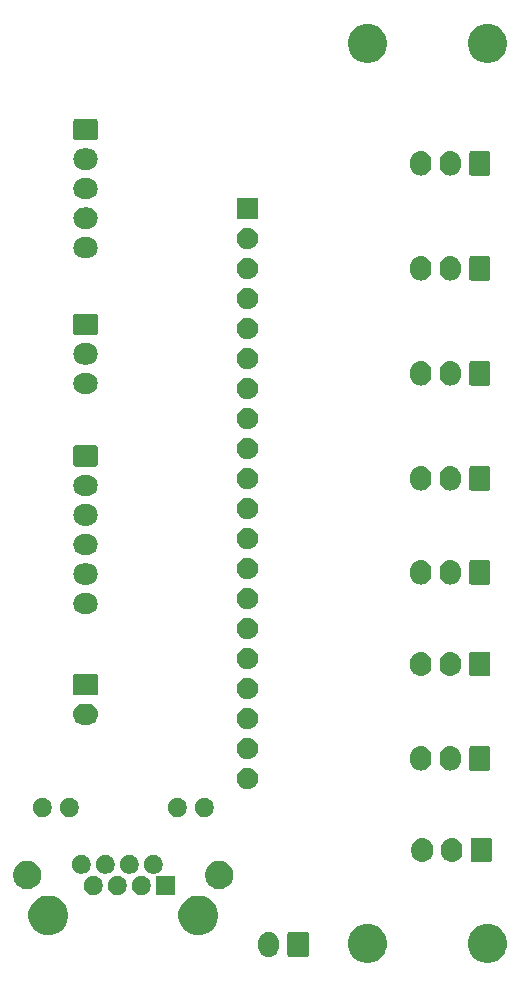
<source format=gbr>
G04 #@! TF.GenerationSoftware,KiCad,Pcbnew,5.1.6-c6e7f7d~86~ubuntu18.04.1*
G04 #@! TF.CreationDate,2020-06-04T18:49:23-07:00*
G04 #@! TF.ProjectId,odrive_aux_interface,6f647269-7665-45f6-9175-785f696e7465,rev?*
G04 #@! TF.SameCoordinates,Original*
G04 #@! TF.FileFunction,Soldermask,Bot*
G04 #@! TF.FilePolarity,Negative*
%FSLAX46Y46*%
G04 Gerber Fmt 4.6, Leading zero omitted, Abs format (unit mm)*
G04 Created by KiCad (PCBNEW 5.1.6-c6e7f7d~86~ubuntu18.04.1) date 2020-06-04 18:49:23*
%MOMM*%
%LPD*%
G01*
G04 APERTURE LIST*
%ADD10C,0.100000*%
G04 APERTURE END LIST*
D10*
G36*
X160395256Y-167301298D02*
G01*
X160501579Y-167322447D01*
X160802042Y-167446903D01*
X161072451Y-167627585D01*
X161302415Y-167857549D01*
X161483097Y-168127958D01*
X161483098Y-168127960D01*
X161607553Y-168428422D01*
X161671000Y-168747389D01*
X161671000Y-169072611D01*
X161646802Y-169194260D01*
X161607553Y-169391579D01*
X161519550Y-169604037D01*
X161499273Y-169652991D01*
X161483097Y-169692042D01*
X161302415Y-169962451D01*
X161072451Y-170192415D01*
X160802042Y-170373097D01*
X160501579Y-170497553D01*
X160395256Y-170518702D01*
X160182611Y-170561000D01*
X159857389Y-170561000D01*
X159644744Y-170518702D01*
X159538421Y-170497553D01*
X159237958Y-170373097D01*
X158967549Y-170192415D01*
X158737585Y-169962451D01*
X158556903Y-169692042D01*
X158540728Y-169652991D01*
X158520450Y-169604037D01*
X158432447Y-169391579D01*
X158393198Y-169194260D01*
X158369000Y-169072611D01*
X158369000Y-168747389D01*
X158432447Y-168428422D01*
X158556902Y-168127960D01*
X158556903Y-168127958D01*
X158737585Y-167857549D01*
X158967549Y-167627585D01*
X159237958Y-167446903D01*
X159538421Y-167322447D01*
X159644744Y-167301298D01*
X159857389Y-167259000D01*
X160182611Y-167259000D01*
X160395256Y-167301298D01*
G37*
G36*
X150235256Y-167301298D02*
G01*
X150341579Y-167322447D01*
X150642042Y-167446903D01*
X150912451Y-167627585D01*
X151142415Y-167857549D01*
X151323097Y-168127958D01*
X151323098Y-168127960D01*
X151447553Y-168428422D01*
X151511000Y-168747389D01*
X151511000Y-169072611D01*
X151486802Y-169194260D01*
X151447553Y-169391579D01*
X151359550Y-169604037D01*
X151339273Y-169652991D01*
X151323097Y-169692042D01*
X151142415Y-169962451D01*
X150912451Y-170192415D01*
X150642042Y-170373097D01*
X150341579Y-170497553D01*
X150235256Y-170518702D01*
X150022611Y-170561000D01*
X149697389Y-170561000D01*
X149484744Y-170518702D01*
X149378421Y-170497553D01*
X149077958Y-170373097D01*
X148807549Y-170192415D01*
X148577585Y-169962451D01*
X148396903Y-169692042D01*
X148380728Y-169652991D01*
X148360450Y-169604037D01*
X148272447Y-169391579D01*
X148233198Y-169194260D01*
X148209000Y-169072611D01*
X148209000Y-168747389D01*
X148272447Y-168428422D01*
X148396902Y-168127960D01*
X148396903Y-168127958D01*
X148577585Y-167857549D01*
X148807549Y-167627585D01*
X149077958Y-167446903D01*
X149378421Y-167322447D01*
X149484744Y-167301298D01*
X149697389Y-167259000D01*
X150022611Y-167259000D01*
X150235256Y-167301298D01*
G37*
G36*
X141676627Y-167962037D02*
G01*
X141846466Y-168013557D01*
X142002991Y-168097222D01*
X142038729Y-168126552D01*
X142140186Y-168209814D01*
X142223448Y-168311271D01*
X142252778Y-168347009D01*
X142336443Y-168503534D01*
X142387963Y-168673374D01*
X142401000Y-168805743D01*
X142401000Y-169194258D01*
X142387963Y-169326627D01*
X142336443Y-169496466D01*
X142252778Y-169652991D01*
X142223448Y-169688729D01*
X142140186Y-169790186D01*
X142002989Y-169902779D01*
X141846467Y-169986442D01*
X141846465Y-169986443D01*
X141676626Y-170037963D01*
X141500000Y-170055359D01*
X141323373Y-170037963D01*
X141153534Y-169986443D01*
X140997009Y-169902778D01*
X140954750Y-169868097D01*
X140859814Y-169790186D01*
X140747221Y-169652989D01*
X140663558Y-169496467D01*
X140663557Y-169496465D01*
X140612037Y-169326626D01*
X140599000Y-169194257D01*
X140599000Y-168805742D01*
X140612037Y-168673373D01*
X140663557Y-168503534D01*
X140747222Y-168347009D01*
X140859815Y-168209815D01*
X140997010Y-168097222D01*
X141153535Y-168013557D01*
X141323374Y-167962037D01*
X141500000Y-167944641D01*
X141676627Y-167962037D01*
G37*
G36*
X144758600Y-167952989D02*
G01*
X144791652Y-167963015D01*
X144822103Y-167979292D01*
X144848799Y-168001201D01*
X144870708Y-168027897D01*
X144886985Y-168058348D01*
X144897011Y-168091400D01*
X144901000Y-168131903D01*
X144901000Y-169868097D01*
X144897011Y-169908600D01*
X144886985Y-169941652D01*
X144870708Y-169972103D01*
X144848799Y-169998799D01*
X144822103Y-170020708D01*
X144791652Y-170036985D01*
X144758600Y-170047011D01*
X144718097Y-170051000D01*
X143281903Y-170051000D01*
X143241400Y-170047011D01*
X143208348Y-170036985D01*
X143177897Y-170020708D01*
X143151201Y-169998799D01*
X143129292Y-169972103D01*
X143113015Y-169941652D01*
X143102989Y-169908600D01*
X143099000Y-169868097D01*
X143099000Y-168131903D01*
X143102989Y-168091400D01*
X143113015Y-168058348D01*
X143129292Y-168027897D01*
X143151201Y-168001201D01*
X143177897Y-167979292D01*
X143208348Y-167963015D01*
X143241400Y-167952989D01*
X143281903Y-167949000D01*
X144718097Y-167949000D01*
X144758600Y-167952989D01*
G37*
G36*
X123328871Y-164928408D02*
G01*
X123633883Y-165054748D01*
X123908387Y-165238166D01*
X124141834Y-165471613D01*
X124325252Y-165746117D01*
X124451592Y-166051129D01*
X124516000Y-166374928D01*
X124516000Y-166705072D01*
X124451592Y-167028871D01*
X124325252Y-167333883D01*
X124141834Y-167608387D01*
X123908387Y-167841834D01*
X123633883Y-168025252D01*
X123328871Y-168151592D01*
X123166971Y-168183796D01*
X123005073Y-168216000D01*
X122674927Y-168216000D01*
X122513029Y-168183796D01*
X122351129Y-168151592D01*
X122046117Y-168025252D01*
X121771613Y-167841834D01*
X121538166Y-167608387D01*
X121354748Y-167333883D01*
X121228408Y-167028871D01*
X121164000Y-166705072D01*
X121164000Y-166374928D01*
X121228408Y-166051129D01*
X121354748Y-165746117D01*
X121538166Y-165471613D01*
X121771613Y-165238166D01*
X122046117Y-165054748D01*
X122351129Y-164928408D01*
X122674927Y-164864000D01*
X123005073Y-164864000D01*
X123328871Y-164928408D01*
G37*
G36*
X136028871Y-164928408D02*
G01*
X136333883Y-165054748D01*
X136608387Y-165238166D01*
X136841834Y-165471613D01*
X137025252Y-165746117D01*
X137151592Y-166051129D01*
X137216000Y-166374928D01*
X137216000Y-166705072D01*
X137151592Y-167028871D01*
X137025252Y-167333883D01*
X136841834Y-167608387D01*
X136608387Y-167841834D01*
X136333883Y-168025252D01*
X136028871Y-168151592D01*
X135866971Y-168183796D01*
X135705073Y-168216000D01*
X135374927Y-168216000D01*
X135213029Y-168183796D01*
X135051129Y-168151592D01*
X134746117Y-168025252D01*
X134471613Y-167841834D01*
X134238166Y-167608387D01*
X134054748Y-167333883D01*
X133928408Y-167028871D01*
X133864000Y-166705072D01*
X133864000Y-166374928D01*
X133928408Y-166051129D01*
X134054748Y-165746117D01*
X134238166Y-165471613D01*
X134471613Y-165238166D01*
X134746117Y-165054748D01*
X135051129Y-164928408D01*
X135374927Y-164864000D01*
X135705073Y-164864000D01*
X136028871Y-164928408D01*
G37*
G36*
X131967642Y-161449781D02*
G01*
X132113414Y-161510162D01*
X132113416Y-161510163D01*
X132244608Y-161597822D01*
X132356178Y-161709392D01*
X132390661Y-161761000D01*
X132443838Y-161840586D01*
X132504219Y-161986358D01*
X132535000Y-162141107D01*
X132535000Y-162298893D01*
X132504219Y-162453642D01*
X132467987Y-162541113D01*
X132443837Y-162599416D01*
X132356178Y-162730608D01*
X132244608Y-162842178D01*
X132113416Y-162929837D01*
X132113415Y-162929838D01*
X132113414Y-162929838D01*
X132044177Y-162958517D01*
X132022566Y-162970068D01*
X132003624Y-162985613D01*
X131988079Y-163004555D01*
X131976528Y-163026166D01*
X131969415Y-163049615D01*
X131967013Y-163074001D01*
X131969415Y-163098387D01*
X131976528Y-163121836D01*
X131988079Y-163143447D01*
X132003624Y-163162389D01*
X132022566Y-163177934D01*
X132044177Y-163189485D01*
X132067626Y-163196598D01*
X132092012Y-163199000D01*
X133551000Y-163199000D01*
X133551000Y-164801000D01*
X131949000Y-164801000D01*
X131949000Y-163145999D01*
X131946598Y-163121613D01*
X131939485Y-163098164D01*
X131927934Y-163076553D01*
X131912389Y-163057611D01*
X131893447Y-163042066D01*
X131871836Y-163030515D01*
X131848387Y-163023402D01*
X131824001Y-163021000D01*
X131655107Y-163021000D01*
X131500358Y-162990219D01*
X131354586Y-162929838D01*
X131354585Y-162929838D01*
X131354584Y-162929837D01*
X131223392Y-162842178D01*
X131111822Y-162730608D01*
X131024163Y-162599416D01*
X131000013Y-162541113D01*
X130963781Y-162453642D01*
X130933000Y-162298893D01*
X130933000Y-162141107D01*
X130963781Y-161986358D01*
X131024162Y-161840586D01*
X131077339Y-161761000D01*
X131111822Y-161709392D01*
X131223392Y-161597822D01*
X131354584Y-161510163D01*
X131354586Y-161510162D01*
X131500358Y-161449781D01*
X131655107Y-161419000D01*
X131812893Y-161419000D01*
X131967642Y-161449781D01*
G37*
G36*
X130951642Y-163229781D02*
G01*
X131097414Y-163290162D01*
X131097416Y-163290163D01*
X131228608Y-163377822D01*
X131340178Y-163489392D01*
X131427837Y-163620584D01*
X131427838Y-163620586D01*
X131488219Y-163766358D01*
X131519000Y-163921107D01*
X131519000Y-164078893D01*
X131488219Y-164233642D01*
X131475293Y-164264847D01*
X131427837Y-164379416D01*
X131340178Y-164510608D01*
X131228608Y-164622178D01*
X131097416Y-164709837D01*
X131097415Y-164709838D01*
X131097414Y-164709838D01*
X130951642Y-164770219D01*
X130796893Y-164801000D01*
X130639107Y-164801000D01*
X130484358Y-164770219D01*
X130338586Y-164709838D01*
X130338585Y-164709838D01*
X130338584Y-164709837D01*
X130207392Y-164622178D01*
X130095822Y-164510608D01*
X130008163Y-164379416D01*
X129960707Y-164264847D01*
X129947781Y-164233642D01*
X129917000Y-164078893D01*
X129917000Y-163921107D01*
X129947781Y-163766358D01*
X130008162Y-163620586D01*
X130008163Y-163620584D01*
X130095822Y-163489392D01*
X130207392Y-163377822D01*
X130338584Y-163290163D01*
X130338586Y-163290162D01*
X130484358Y-163229781D01*
X130639107Y-163199000D01*
X130796893Y-163199000D01*
X130951642Y-163229781D01*
G37*
G36*
X128919642Y-163229781D02*
G01*
X129065414Y-163290162D01*
X129065416Y-163290163D01*
X129196608Y-163377822D01*
X129308178Y-163489392D01*
X129395837Y-163620584D01*
X129395838Y-163620586D01*
X129456219Y-163766358D01*
X129487000Y-163921107D01*
X129487000Y-164078893D01*
X129456219Y-164233642D01*
X129443293Y-164264847D01*
X129395837Y-164379416D01*
X129308178Y-164510608D01*
X129196608Y-164622178D01*
X129065416Y-164709837D01*
X129065415Y-164709838D01*
X129065414Y-164709838D01*
X128919642Y-164770219D01*
X128764893Y-164801000D01*
X128607107Y-164801000D01*
X128452358Y-164770219D01*
X128306586Y-164709838D01*
X128306585Y-164709838D01*
X128306584Y-164709837D01*
X128175392Y-164622178D01*
X128063822Y-164510608D01*
X127976163Y-164379416D01*
X127928707Y-164264847D01*
X127915781Y-164233642D01*
X127885000Y-164078893D01*
X127885000Y-163921107D01*
X127915781Y-163766358D01*
X127976162Y-163620586D01*
X127976163Y-163620584D01*
X128063822Y-163489392D01*
X128175392Y-163377822D01*
X128306584Y-163290163D01*
X128306586Y-163290162D01*
X128452358Y-163229781D01*
X128607107Y-163199000D01*
X128764893Y-163199000D01*
X128919642Y-163229781D01*
G37*
G36*
X126887642Y-163229781D02*
G01*
X127033414Y-163290162D01*
X127033416Y-163290163D01*
X127164608Y-163377822D01*
X127276178Y-163489392D01*
X127363837Y-163620584D01*
X127363838Y-163620586D01*
X127424219Y-163766358D01*
X127455000Y-163921107D01*
X127455000Y-164078893D01*
X127424219Y-164233642D01*
X127411293Y-164264847D01*
X127363837Y-164379416D01*
X127276178Y-164510608D01*
X127164608Y-164622178D01*
X127033416Y-164709837D01*
X127033415Y-164709838D01*
X127033414Y-164709838D01*
X126887642Y-164770219D01*
X126732893Y-164801000D01*
X126575107Y-164801000D01*
X126420358Y-164770219D01*
X126274586Y-164709838D01*
X126274585Y-164709838D01*
X126274584Y-164709837D01*
X126143392Y-164622178D01*
X126031822Y-164510608D01*
X125944163Y-164379416D01*
X125896707Y-164264847D01*
X125883781Y-164233642D01*
X125853000Y-164078893D01*
X125853000Y-163921107D01*
X125883781Y-163766358D01*
X125944162Y-163620586D01*
X125944163Y-163620584D01*
X126031822Y-163489392D01*
X126143392Y-163377822D01*
X126274584Y-163290163D01*
X126274586Y-163290162D01*
X126420358Y-163229781D01*
X126575107Y-163199000D01*
X126732893Y-163199000D01*
X126887642Y-163229781D01*
G37*
G36*
X121410318Y-161955153D02*
G01*
X121591880Y-162030359D01*
X121628887Y-162045688D01*
X121825593Y-162177122D01*
X121992878Y-162344407D01*
X122124312Y-162541113D01*
X122124313Y-162541115D01*
X122214847Y-162759682D01*
X122261000Y-162991710D01*
X122261000Y-163228290D01*
X122214847Y-163460318D01*
X122148462Y-163620584D01*
X122124312Y-163678887D01*
X121992878Y-163875593D01*
X121825593Y-164042878D01*
X121628887Y-164174312D01*
X121628886Y-164174313D01*
X121628885Y-164174313D01*
X121410318Y-164264847D01*
X121178290Y-164311000D01*
X120941710Y-164311000D01*
X120709682Y-164264847D01*
X120491115Y-164174313D01*
X120491114Y-164174313D01*
X120491113Y-164174312D01*
X120294407Y-164042878D01*
X120127122Y-163875593D01*
X119995688Y-163678887D01*
X119971538Y-163620584D01*
X119905153Y-163460318D01*
X119859000Y-163228290D01*
X119859000Y-162991710D01*
X119905153Y-162759682D01*
X119995687Y-162541115D01*
X119995688Y-162541113D01*
X120127122Y-162344407D01*
X120294407Y-162177122D01*
X120491113Y-162045688D01*
X120528120Y-162030359D01*
X120709682Y-161955153D01*
X120941710Y-161909000D01*
X121178290Y-161909000D01*
X121410318Y-161955153D01*
G37*
G36*
X137670318Y-161955153D02*
G01*
X137851880Y-162030359D01*
X137888887Y-162045688D01*
X138085593Y-162177122D01*
X138252878Y-162344407D01*
X138384312Y-162541113D01*
X138384313Y-162541115D01*
X138474847Y-162759682D01*
X138521000Y-162991710D01*
X138521000Y-163228290D01*
X138474847Y-163460318D01*
X138408462Y-163620584D01*
X138384312Y-163678887D01*
X138252878Y-163875593D01*
X138085593Y-164042878D01*
X137888887Y-164174312D01*
X137888886Y-164174313D01*
X137888885Y-164174313D01*
X137670318Y-164264847D01*
X137438290Y-164311000D01*
X137201710Y-164311000D01*
X136969682Y-164264847D01*
X136751115Y-164174313D01*
X136751114Y-164174313D01*
X136751113Y-164174312D01*
X136554407Y-164042878D01*
X136387122Y-163875593D01*
X136255688Y-163678887D01*
X136231538Y-163620584D01*
X136165153Y-163460318D01*
X136119000Y-163228290D01*
X136119000Y-162991710D01*
X136165153Y-162759682D01*
X136255687Y-162541115D01*
X136255688Y-162541113D01*
X136387122Y-162344407D01*
X136554407Y-162177122D01*
X136751113Y-162045688D01*
X136788120Y-162030359D01*
X136969682Y-161955153D01*
X137201710Y-161909000D01*
X137438290Y-161909000D01*
X137670318Y-161955153D01*
G37*
G36*
X129935642Y-161449781D02*
G01*
X130081414Y-161510162D01*
X130081416Y-161510163D01*
X130212608Y-161597822D01*
X130324178Y-161709392D01*
X130358661Y-161761000D01*
X130411838Y-161840586D01*
X130472219Y-161986358D01*
X130503000Y-162141107D01*
X130503000Y-162298893D01*
X130472219Y-162453642D01*
X130435987Y-162541113D01*
X130411837Y-162599416D01*
X130324178Y-162730608D01*
X130212608Y-162842178D01*
X130081416Y-162929837D01*
X130081415Y-162929838D01*
X130081414Y-162929838D01*
X129935642Y-162990219D01*
X129780893Y-163021000D01*
X129623107Y-163021000D01*
X129468358Y-162990219D01*
X129322586Y-162929838D01*
X129322585Y-162929838D01*
X129322584Y-162929837D01*
X129191392Y-162842178D01*
X129079822Y-162730608D01*
X128992163Y-162599416D01*
X128968013Y-162541113D01*
X128931781Y-162453642D01*
X128901000Y-162298893D01*
X128901000Y-162141107D01*
X128931781Y-161986358D01*
X128992162Y-161840586D01*
X129045339Y-161761000D01*
X129079822Y-161709392D01*
X129191392Y-161597822D01*
X129322584Y-161510163D01*
X129322586Y-161510162D01*
X129468358Y-161449781D01*
X129623107Y-161419000D01*
X129780893Y-161419000D01*
X129935642Y-161449781D01*
G37*
G36*
X127903642Y-161449781D02*
G01*
X128049414Y-161510162D01*
X128049416Y-161510163D01*
X128180608Y-161597822D01*
X128292178Y-161709392D01*
X128326661Y-161761000D01*
X128379838Y-161840586D01*
X128440219Y-161986358D01*
X128471000Y-162141107D01*
X128471000Y-162298893D01*
X128440219Y-162453642D01*
X128403987Y-162541113D01*
X128379837Y-162599416D01*
X128292178Y-162730608D01*
X128180608Y-162842178D01*
X128049416Y-162929837D01*
X128049415Y-162929838D01*
X128049414Y-162929838D01*
X127903642Y-162990219D01*
X127748893Y-163021000D01*
X127591107Y-163021000D01*
X127436358Y-162990219D01*
X127290586Y-162929838D01*
X127290585Y-162929838D01*
X127290584Y-162929837D01*
X127159392Y-162842178D01*
X127047822Y-162730608D01*
X126960163Y-162599416D01*
X126936013Y-162541113D01*
X126899781Y-162453642D01*
X126869000Y-162298893D01*
X126869000Y-162141107D01*
X126899781Y-161986358D01*
X126960162Y-161840586D01*
X127013339Y-161761000D01*
X127047822Y-161709392D01*
X127159392Y-161597822D01*
X127290584Y-161510163D01*
X127290586Y-161510162D01*
X127436358Y-161449781D01*
X127591107Y-161419000D01*
X127748893Y-161419000D01*
X127903642Y-161449781D01*
G37*
G36*
X125871642Y-161449781D02*
G01*
X126017414Y-161510162D01*
X126017416Y-161510163D01*
X126148608Y-161597822D01*
X126260178Y-161709392D01*
X126294661Y-161761000D01*
X126347838Y-161840586D01*
X126408219Y-161986358D01*
X126439000Y-162141107D01*
X126439000Y-162298893D01*
X126408219Y-162453642D01*
X126371987Y-162541113D01*
X126347837Y-162599416D01*
X126260178Y-162730608D01*
X126148608Y-162842178D01*
X126017416Y-162929837D01*
X126017415Y-162929838D01*
X126017414Y-162929838D01*
X125871642Y-162990219D01*
X125716893Y-163021000D01*
X125559107Y-163021000D01*
X125404358Y-162990219D01*
X125258586Y-162929838D01*
X125258585Y-162929838D01*
X125258584Y-162929837D01*
X125127392Y-162842178D01*
X125015822Y-162730608D01*
X124928163Y-162599416D01*
X124904013Y-162541113D01*
X124867781Y-162453642D01*
X124837000Y-162298893D01*
X124837000Y-162141107D01*
X124867781Y-161986358D01*
X124928162Y-161840586D01*
X124981339Y-161761000D01*
X125015822Y-161709392D01*
X125127392Y-161597822D01*
X125258584Y-161510163D01*
X125258586Y-161510162D01*
X125404358Y-161449781D01*
X125559107Y-161419000D01*
X125716893Y-161419000D01*
X125871642Y-161449781D01*
G37*
G36*
X154676627Y-159987037D02*
G01*
X154846466Y-160038557D01*
X155002991Y-160122222D01*
X155038729Y-160151552D01*
X155140186Y-160234814D01*
X155223448Y-160336271D01*
X155252778Y-160372009D01*
X155336443Y-160528534D01*
X155387963Y-160698374D01*
X155401000Y-160830743D01*
X155401000Y-161169258D01*
X155387963Y-161301627D01*
X155336443Y-161471466D01*
X155252778Y-161627991D01*
X155223448Y-161663729D01*
X155140186Y-161765186D01*
X155002989Y-161877779D01*
X154858233Y-161955153D01*
X154846465Y-161961443D01*
X154676626Y-162012963D01*
X154500000Y-162030359D01*
X154323373Y-162012963D01*
X154153534Y-161961443D01*
X153997009Y-161877778D01*
X153951688Y-161840584D01*
X153859814Y-161765186D01*
X153747221Y-161627989D01*
X153663558Y-161471467D01*
X153656980Y-161449782D01*
X153612037Y-161301626D01*
X153599000Y-161169257D01*
X153599000Y-160830742D01*
X153612037Y-160698373D01*
X153663557Y-160528534D01*
X153747222Y-160372009D01*
X153859815Y-160234815D01*
X153997010Y-160122222D01*
X154153535Y-160038557D01*
X154323374Y-159987037D01*
X154500000Y-159969641D01*
X154676627Y-159987037D01*
G37*
G36*
X157176627Y-159987037D02*
G01*
X157346466Y-160038557D01*
X157502991Y-160122222D01*
X157538729Y-160151552D01*
X157640186Y-160234814D01*
X157723448Y-160336271D01*
X157752778Y-160372009D01*
X157836443Y-160528534D01*
X157887963Y-160698374D01*
X157901000Y-160830743D01*
X157901000Y-161169258D01*
X157887963Y-161301627D01*
X157836443Y-161471466D01*
X157752778Y-161627991D01*
X157723448Y-161663729D01*
X157640186Y-161765186D01*
X157502989Y-161877779D01*
X157358233Y-161955153D01*
X157346465Y-161961443D01*
X157176626Y-162012963D01*
X157000000Y-162030359D01*
X156823373Y-162012963D01*
X156653534Y-161961443D01*
X156497009Y-161877778D01*
X156451688Y-161840584D01*
X156359814Y-161765186D01*
X156247221Y-161627989D01*
X156163558Y-161471467D01*
X156156980Y-161449782D01*
X156112037Y-161301626D01*
X156099000Y-161169257D01*
X156099000Y-160830742D01*
X156112037Y-160698373D01*
X156163557Y-160528534D01*
X156247222Y-160372009D01*
X156359815Y-160234815D01*
X156497010Y-160122222D01*
X156653535Y-160038557D01*
X156823374Y-159987037D01*
X157000000Y-159969641D01*
X157176627Y-159987037D01*
G37*
G36*
X160258600Y-159977989D02*
G01*
X160291652Y-159988015D01*
X160322103Y-160004292D01*
X160348799Y-160026201D01*
X160370708Y-160052897D01*
X160386985Y-160083348D01*
X160397011Y-160116400D01*
X160401000Y-160156903D01*
X160401000Y-161843097D01*
X160397011Y-161883600D01*
X160386985Y-161916652D01*
X160370708Y-161947103D01*
X160348799Y-161973799D01*
X160322103Y-161995708D01*
X160291652Y-162011985D01*
X160258600Y-162022011D01*
X160218097Y-162026000D01*
X158781903Y-162026000D01*
X158741400Y-162022011D01*
X158708348Y-162011985D01*
X158677897Y-161995708D01*
X158651201Y-161973799D01*
X158629292Y-161947103D01*
X158613015Y-161916652D01*
X158602989Y-161883600D01*
X158599000Y-161843097D01*
X158599000Y-160156903D01*
X158602989Y-160116400D01*
X158613015Y-160083348D01*
X158629292Y-160052897D01*
X158651201Y-160026201D01*
X158677897Y-160004292D01*
X158708348Y-159988015D01*
X158741400Y-159977989D01*
X158781903Y-159974000D01*
X160218097Y-159974000D01*
X160258600Y-159977989D01*
G37*
G36*
X124853642Y-156629781D02*
G01*
X124999414Y-156690162D01*
X124999416Y-156690163D01*
X125130608Y-156777822D01*
X125242178Y-156889392D01*
X125329837Y-157020584D01*
X125329838Y-157020586D01*
X125390219Y-157166358D01*
X125421000Y-157321107D01*
X125421000Y-157478893D01*
X125390219Y-157633642D01*
X125329838Y-157779414D01*
X125329837Y-157779416D01*
X125242178Y-157910608D01*
X125130608Y-158022178D01*
X124999416Y-158109837D01*
X124999415Y-158109838D01*
X124999414Y-158109838D01*
X124853642Y-158170219D01*
X124698893Y-158201000D01*
X124541107Y-158201000D01*
X124386358Y-158170219D01*
X124240586Y-158109838D01*
X124240585Y-158109838D01*
X124240584Y-158109837D01*
X124109392Y-158022178D01*
X123997822Y-157910608D01*
X123910163Y-157779416D01*
X123910162Y-157779414D01*
X123849781Y-157633642D01*
X123819000Y-157478893D01*
X123819000Y-157321107D01*
X123849781Y-157166358D01*
X123910162Y-157020586D01*
X123910163Y-157020584D01*
X123997822Y-156889392D01*
X124109392Y-156777822D01*
X124240584Y-156690163D01*
X124240586Y-156690162D01*
X124386358Y-156629781D01*
X124541107Y-156599000D01*
X124698893Y-156599000D01*
X124853642Y-156629781D01*
G37*
G36*
X133993642Y-156629781D02*
G01*
X134139414Y-156690162D01*
X134139416Y-156690163D01*
X134270608Y-156777822D01*
X134382178Y-156889392D01*
X134469837Y-157020584D01*
X134469838Y-157020586D01*
X134530219Y-157166358D01*
X134561000Y-157321107D01*
X134561000Y-157478893D01*
X134530219Y-157633642D01*
X134469838Y-157779414D01*
X134469837Y-157779416D01*
X134382178Y-157910608D01*
X134270608Y-158022178D01*
X134139416Y-158109837D01*
X134139415Y-158109838D01*
X134139414Y-158109838D01*
X133993642Y-158170219D01*
X133838893Y-158201000D01*
X133681107Y-158201000D01*
X133526358Y-158170219D01*
X133380586Y-158109838D01*
X133380585Y-158109838D01*
X133380584Y-158109837D01*
X133249392Y-158022178D01*
X133137822Y-157910608D01*
X133050163Y-157779416D01*
X133050162Y-157779414D01*
X132989781Y-157633642D01*
X132959000Y-157478893D01*
X132959000Y-157321107D01*
X132989781Y-157166358D01*
X133050162Y-157020586D01*
X133050163Y-157020584D01*
X133137822Y-156889392D01*
X133249392Y-156777822D01*
X133380584Y-156690163D01*
X133380586Y-156690162D01*
X133526358Y-156629781D01*
X133681107Y-156599000D01*
X133838893Y-156599000D01*
X133993642Y-156629781D01*
G37*
G36*
X122563642Y-156629781D02*
G01*
X122709414Y-156690162D01*
X122709416Y-156690163D01*
X122840608Y-156777822D01*
X122952178Y-156889392D01*
X123039837Y-157020584D01*
X123039838Y-157020586D01*
X123100219Y-157166358D01*
X123131000Y-157321107D01*
X123131000Y-157478893D01*
X123100219Y-157633642D01*
X123039838Y-157779414D01*
X123039837Y-157779416D01*
X122952178Y-157910608D01*
X122840608Y-158022178D01*
X122709416Y-158109837D01*
X122709415Y-158109838D01*
X122709414Y-158109838D01*
X122563642Y-158170219D01*
X122408893Y-158201000D01*
X122251107Y-158201000D01*
X122096358Y-158170219D01*
X121950586Y-158109838D01*
X121950585Y-158109838D01*
X121950584Y-158109837D01*
X121819392Y-158022178D01*
X121707822Y-157910608D01*
X121620163Y-157779416D01*
X121620162Y-157779414D01*
X121559781Y-157633642D01*
X121529000Y-157478893D01*
X121529000Y-157321107D01*
X121559781Y-157166358D01*
X121620162Y-157020586D01*
X121620163Y-157020584D01*
X121707822Y-156889392D01*
X121819392Y-156777822D01*
X121950584Y-156690163D01*
X121950586Y-156690162D01*
X122096358Y-156629781D01*
X122251107Y-156599000D01*
X122408893Y-156599000D01*
X122563642Y-156629781D01*
G37*
G36*
X136283642Y-156629781D02*
G01*
X136429414Y-156690162D01*
X136429416Y-156690163D01*
X136560608Y-156777822D01*
X136672178Y-156889392D01*
X136759837Y-157020584D01*
X136759838Y-157020586D01*
X136820219Y-157166358D01*
X136851000Y-157321107D01*
X136851000Y-157478893D01*
X136820219Y-157633642D01*
X136759838Y-157779414D01*
X136759837Y-157779416D01*
X136672178Y-157910608D01*
X136560608Y-158022178D01*
X136429416Y-158109837D01*
X136429415Y-158109838D01*
X136429414Y-158109838D01*
X136283642Y-158170219D01*
X136128893Y-158201000D01*
X135971107Y-158201000D01*
X135816358Y-158170219D01*
X135670586Y-158109838D01*
X135670585Y-158109838D01*
X135670584Y-158109837D01*
X135539392Y-158022178D01*
X135427822Y-157910608D01*
X135340163Y-157779416D01*
X135340162Y-157779414D01*
X135279781Y-157633642D01*
X135249000Y-157478893D01*
X135249000Y-157321107D01*
X135279781Y-157166358D01*
X135340162Y-157020586D01*
X135340163Y-157020584D01*
X135427822Y-156889392D01*
X135539392Y-156777822D01*
X135670584Y-156690163D01*
X135670586Y-156690162D01*
X135816358Y-156629781D01*
X135971107Y-156599000D01*
X136128893Y-156599000D01*
X136283642Y-156629781D01*
G37*
G36*
X139813512Y-154043927D02*
G01*
X139962812Y-154073624D01*
X140126784Y-154141544D01*
X140274354Y-154240147D01*
X140399853Y-154365646D01*
X140498456Y-154513216D01*
X140566376Y-154677188D01*
X140601000Y-154851259D01*
X140601000Y-155028741D01*
X140566376Y-155202812D01*
X140498456Y-155366784D01*
X140399853Y-155514354D01*
X140274354Y-155639853D01*
X140126784Y-155738456D01*
X139962812Y-155806376D01*
X139813512Y-155836073D01*
X139788742Y-155841000D01*
X139611258Y-155841000D01*
X139586488Y-155836073D01*
X139437188Y-155806376D01*
X139273216Y-155738456D01*
X139125646Y-155639853D01*
X139000147Y-155514354D01*
X138901544Y-155366784D01*
X138833624Y-155202812D01*
X138799000Y-155028741D01*
X138799000Y-154851259D01*
X138833624Y-154677188D01*
X138901544Y-154513216D01*
X139000147Y-154365646D01*
X139125646Y-154240147D01*
X139273216Y-154141544D01*
X139437188Y-154073624D01*
X139586488Y-154043927D01*
X139611258Y-154039000D01*
X139788742Y-154039000D01*
X139813512Y-154043927D01*
G37*
G36*
X154561627Y-152237037D02*
G01*
X154731466Y-152288557D01*
X154887991Y-152372222D01*
X154923729Y-152401552D01*
X155025186Y-152484814D01*
X155108448Y-152586271D01*
X155137778Y-152622009D01*
X155221443Y-152778534D01*
X155272963Y-152948374D01*
X155286000Y-153080743D01*
X155286000Y-153419258D01*
X155272963Y-153551627D01*
X155221443Y-153721466D01*
X155137778Y-153877991D01*
X155108448Y-153913729D01*
X155025186Y-154015186D01*
X154887989Y-154127779D01*
X154731467Y-154211442D01*
X154731465Y-154211443D01*
X154561626Y-154262963D01*
X154385000Y-154280359D01*
X154208373Y-154262963D01*
X154038534Y-154211443D01*
X153882009Y-154127778D01*
X153839750Y-154093097D01*
X153744814Y-154015186D01*
X153632221Y-153877989D01*
X153548558Y-153721467D01*
X153548557Y-153721465D01*
X153497037Y-153551626D01*
X153484000Y-153419257D01*
X153484000Y-153080742D01*
X153497037Y-152948373D01*
X153548557Y-152778534D01*
X153632222Y-152622009D01*
X153744815Y-152484815D01*
X153882010Y-152372222D01*
X154038535Y-152288557D01*
X154208374Y-152237037D01*
X154385000Y-152219641D01*
X154561627Y-152237037D01*
G37*
G36*
X157061627Y-152237037D02*
G01*
X157231466Y-152288557D01*
X157387991Y-152372222D01*
X157423729Y-152401552D01*
X157525186Y-152484814D01*
X157608448Y-152586271D01*
X157637778Y-152622009D01*
X157721443Y-152778534D01*
X157772963Y-152948374D01*
X157786000Y-153080743D01*
X157786000Y-153419258D01*
X157772963Y-153551627D01*
X157721443Y-153721466D01*
X157637778Y-153877991D01*
X157608448Y-153913729D01*
X157525186Y-154015186D01*
X157387989Y-154127779D01*
X157231467Y-154211442D01*
X157231465Y-154211443D01*
X157061626Y-154262963D01*
X156885000Y-154280359D01*
X156708373Y-154262963D01*
X156538534Y-154211443D01*
X156382009Y-154127778D01*
X156339750Y-154093097D01*
X156244814Y-154015186D01*
X156132221Y-153877989D01*
X156048558Y-153721467D01*
X156048557Y-153721465D01*
X155997037Y-153551626D01*
X155984000Y-153419257D01*
X155984000Y-153080742D01*
X155997037Y-152948373D01*
X156048557Y-152778534D01*
X156132222Y-152622009D01*
X156244815Y-152484815D01*
X156382010Y-152372222D01*
X156538535Y-152288557D01*
X156708374Y-152237037D01*
X156885000Y-152219641D01*
X157061627Y-152237037D01*
G37*
G36*
X160143600Y-152227989D02*
G01*
X160176652Y-152238015D01*
X160207103Y-152254292D01*
X160233799Y-152276201D01*
X160255708Y-152302897D01*
X160271985Y-152333348D01*
X160282011Y-152366400D01*
X160286000Y-152406903D01*
X160286000Y-154093097D01*
X160282011Y-154133600D01*
X160271985Y-154166652D01*
X160255708Y-154197103D01*
X160233799Y-154223799D01*
X160207103Y-154245708D01*
X160176652Y-154261985D01*
X160143600Y-154272011D01*
X160103097Y-154276000D01*
X158666903Y-154276000D01*
X158626400Y-154272011D01*
X158593348Y-154261985D01*
X158562897Y-154245708D01*
X158536201Y-154223799D01*
X158514292Y-154197103D01*
X158498015Y-154166652D01*
X158487989Y-154133600D01*
X158484000Y-154093097D01*
X158484000Y-152406903D01*
X158487989Y-152366400D01*
X158498015Y-152333348D01*
X158514292Y-152302897D01*
X158536201Y-152276201D01*
X158562897Y-152254292D01*
X158593348Y-152238015D01*
X158626400Y-152227989D01*
X158666903Y-152224000D01*
X160103097Y-152224000D01*
X160143600Y-152227989D01*
G37*
G36*
X139813512Y-151503927D02*
G01*
X139962812Y-151533624D01*
X140126784Y-151601544D01*
X140274354Y-151700147D01*
X140399853Y-151825646D01*
X140498456Y-151973216D01*
X140566376Y-152137188D01*
X140586431Y-152238015D01*
X140601000Y-152311258D01*
X140601000Y-152488742D01*
X140596073Y-152513512D01*
X140566376Y-152662812D01*
X140498456Y-152826784D01*
X140399853Y-152974354D01*
X140274354Y-153099853D01*
X140126784Y-153198456D01*
X139962812Y-153266376D01*
X139813512Y-153296073D01*
X139788742Y-153301000D01*
X139611258Y-153301000D01*
X139586488Y-153296073D01*
X139437188Y-153266376D01*
X139273216Y-153198456D01*
X139125646Y-153099853D01*
X139000147Y-152974354D01*
X138901544Y-152826784D01*
X138833624Y-152662812D01*
X138803927Y-152513512D01*
X138799000Y-152488742D01*
X138799000Y-152311258D01*
X138813569Y-152238015D01*
X138833624Y-152137188D01*
X138901544Y-151973216D01*
X139000147Y-151825646D01*
X139125646Y-151700147D01*
X139273216Y-151601544D01*
X139437188Y-151533624D01*
X139586488Y-151503927D01*
X139611258Y-151499000D01*
X139788742Y-151499000D01*
X139813512Y-151503927D01*
G37*
G36*
X139813512Y-148963927D02*
G01*
X139962812Y-148993624D01*
X140126784Y-149061544D01*
X140274354Y-149160147D01*
X140399853Y-149285646D01*
X140498456Y-149433216D01*
X140566376Y-149597188D01*
X140601000Y-149771259D01*
X140601000Y-149948741D01*
X140566376Y-150122812D01*
X140498456Y-150286784D01*
X140399853Y-150434354D01*
X140274354Y-150559853D01*
X140126784Y-150658456D01*
X139962812Y-150726376D01*
X139813512Y-150756073D01*
X139788742Y-150761000D01*
X139611258Y-150761000D01*
X139586488Y-150756073D01*
X139437188Y-150726376D01*
X139273216Y-150658456D01*
X139125646Y-150559853D01*
X139000147Y-150434354D01*
X138901544Y-150286784D01*
X138833624Y-150122812D01*
X138799000Y-149948741D01*
X138799000Y-149771259D01*
X138833624Y-149597188D01*
X138901544Y-149433216D01*
X139000147Y-149285646D01*
X139125646Y-149160147D01*
X139273216Y-149061544D01*
X139437188Y-148993624D01*
X139586488Y-148963927D01*
X139611258Y-148959000D01*
X139788742Y-148959000D01*
X139813512Y-148963927D01*
G37*
G36*
X126260442Y-148605518D02*
G01*
X126326627Y-148612037D01*
X126496466Y-148663557D01*
X126652991Y-148747222D01*
X126688729Y-148776552D01*
X126790186Y-148859814D01*
X126871585Y-148959000D01*
X126902778Y-148997009D01*
X126986443Y-149153534D01*
X127037963Y-149323373D01*
X127055359Y-149500000D01*
X127037963Y-149676627D01*
X126986443Y-149846466D01*
X126902778Y-150002991D01*
X126873448Y-150038729D01*
X126790186Y-150140186D01*
X126688729Y-150223448D01*
X126652991Y-150252778D01*
X126496466Y-150336443D01*
X126326627Y-150387963D01*
X126260443Y-150394481D01*
X126194260Y-150401000D01*
X125805740Y-150401000D01*
X125739557Y-150394481D01*
X125673373Y-150387963D01*
X125503534Y-150336443D01*
X125347009Y-150252778D01*
X125311271Y-150223448D01*
X125209814Y-150140186D01*
X125126552Y-150038729D01*
X125097222Y-150002991D01*
X125013557Y-149846466D01*
X124962037Y-149676627D01*
X124944641Y-149500000D01*
X124962037Y-149323373D01*
X125013557Y-149153534D01*
X125097222Y-148997009D01*
X125128415Y-148959000D01*
X125209814Y-148859814D01*
X125311271Y-148776552D01*
X125347009Y-148747222D01*
X125503534Y-148663557D01*
X125673373Y-148612037D01*
X125739558Y-148605518D01*
X125805740Y-148599000D01*
X126194260Y-148599000D01*
X126260442Y-148605518D01*
G37*
G36*
X139813512Y-146423927D02*
G01*
X139962812Y-146453624D01*
X140126784Y-146521544D01*
X140274354Y-146620147D01*
X140399853Y-146745646D01*
X140498456Y-146893216D01*
X140566376Y-147057188D01*
X140601000Y-147231259D01*
X140601000Y-147408741D01*
X140566376Y-147582812D01*
X140498456Y-147746784D01*
X140399853Y-147894354D01*
X140274354Y-148019853D01*
X140126784Y-148118456D01*
X139962812Y-148186376D01*
X139813512Y-148216073D01*
X139788742Y-148221000D01*
X139611258Y-148221000D01*
X139586488Y-148216073D01*
X139437188Y-148186376D01*
X139273216Y-148118456D01*
X139125646Y-148019853D01*
X139000147Y-147894354D01*
X138901544Y-147746784D01*
X138833624Y-147582812D01*
X138799000Y-147408741D01*
X138799000Y-147231259D01*
X138833624Y-147057188D01*
X138901544Y-146893216D01*
X139000147Y-146745646D01*
X139125646Y-146620147D01*
X139273216Y-146521544D01*
X139437188Y-146453624D01*
X139586488Y-146423927D01*
X139611258Y-146419000D01*
X139788742Y-146419000D01*
X139813512Y-146423927D01*
G37*
G36*
X126908600Y-146102989D02*
G01*
X126941652Y-146113015D01*
X126972103Y-146129292D01*
X126998799Y-146151201D01*
X127020708Y-146177897D01*
X127036985Y-146208348D01*
X127047011Y-146241400D01*
X127051000Y-146281903D01*
X127051000Y-147718097D01*
X127047011Y-147758600D01*
X127036985Y-147791652D01*
X127020708Y-147822103D01*
X126998799Y-147848799D01*
X126972103Y-147870708D01*
X126941652Y-147886985D01*
X126908600Y-147897011D01*
X126868097Y-147901000D01*
X125131903Y-147901000D01*
X125091400Y-147897011D01*
X125058348Y-147886985D01*
X125027897Y-147870708D01*
X125001201Y-147848799D01*
X124979292Y-147822103D01*
X124963015Y-147791652D01*
X124952989Y-147758600D01*
X124949000Y-147718097D01*
X124949000Y-146281903D01*
X124952989Y-146241400D01*
X124963015Y-146208348D01*
X124979292Y-146177897D01*
X125001201Y-146151201D01*
X125027897Y-146129292D01*
X125058348Y-146113015D01*
X125091400Y-146102989D01*
X125131903Y-146099000D01*
X126868097Y-146099000D01*
X126908600Y-146102989D01*
G37*
G36*
X157061627Y-144237037D02*
G01*
X157231466Y-144288557D01*
X157387991Y-144372222D01*
X157423729Y-144401552D01*
X157525186Y-144484814D01*
X157608448Y-144586271D01*
X157637778Y-144622009D01*
X157721443Y-144778534D01*
X157772963Y-144948374D01*
X157786000Y-145080743D01*
X157786000Y-145419258D01*
X157772963Y-145551627D01*
X157721443Y-145721466D01*
X157637778Y-145877991D01*
X157608448Y-145913729D01*
X157525186Y-146015186D01*
X157387989Y-146127779D01*
X157237255Y-146208348D01*
X157231465Y-146211443D01*
X157061626Y-146262963D01*
X156885000Y-146280359D01*
X156708373Y-146262963D01*
X156538534Y-146211443D01*
X156382009Y-146127778D01*
X156339750Y-146093097D01*
X156244814Y-146015186D01*
X156132221Y-145877989D01*
X156048558Y-145721467D01*
X156048557Y-145721465D01*
X155997037Y-145551626D01*
X155984000Y-145419257D01*
X155984000Y-145080742D01*
X155997037Y-144948373D01*
X156048557Y-144778534D01*
X156132222Y-144622009D01*
X156244815Y-144484815D01*
X156382010Y-144372222D01*
X156538535Y-144288557D01*
X156708374Y-144237037D01*
X156885000Y-144219641D01*
X157061627Y-144237037D01*
G37*
G36*
X154561627Y-144237037D02*
G01*
X154731466Y-144288557D01*
X154887991Y-144372222D01*
X154923729Y-144401552D01*
X155025186Y-144484814D01*
X155108448Y-144586271D01*
X155137778Y-144622009D01*
X155221443Y-144778534D01*
X155272963Y-144948374D01*
X155286000Y-145080743D01*
X155286000Y-145419258D01*
X155272963Y-145551627D01*
X155221443Y-145721466D01*
X155137778Y-145877991D01*
X155108448Y-145913729D01*
X155025186Y-146015186D01*
X154887989Y-146127779D01*
X154737255Y-146208348D01*
X154731465Y-146211443D01*
X154561626Y-146262963D01*
X154385000Y-146280359D01*
X154208373Y-146262963D01*
X154038534Y-146211443D01*
X153882009Y-146127778D01*
X153839750Y-146093097D01*
X153744814Y-146015186D01*
X153632221Y-145877989D01*
X153548558Y-145721467D01*
X153548557Y-145721465D01*
X153497037Y-145551626D01*
X153484000Y-145419257D01*
X153484000Y-145080742D01*
X153497037Y-144948373D01*
X153548557Y-144778534D01*
X153632222Y-144622009D01*
X153744815Y-144484815D01*
X153882010Y-144372222D01*
X154038535Y-144288557D01*
X154208374Y-144237037D01*
X154385000Y-144219641D01*
X154561627Y-144237037D01*
G37*
G36*
X160143600Y-144227989D02*
G01*
X160176652Y-144238015D01*
X160207103Y-144254292D01*
X160233799Y-144276201D01*
X160255708Y-144302897D01*
X160271985Y-144333348D01*
X160282011Y-144366400D01*
X160286000Y-144406903D01*
X160286000Y-146093097D01*
X160282011Y-146133600D01*
X160271985Y-146166652D01*
X160255708Y-146197103D01*
X160233799Y-146223799D01*
X160207103Y-146245708D01*
X160176652Y-146261985D01*
X160143600Y-146272011D01*
X160103097Y-146276000D01*
X158666903Y-146276000D01*
X158626400Y-146272011D01*
X158593348Y-146261985D01*
X158562897Y-146245708D01*
X158536201Y-146223799D01*
X158514292Y-146197103D01*
X158498015Y-146166652D01*
X158487989Y-146133600D01*
X158484000Y-146093097D01*
X158484000Y-144406903D01*
X158487989Y-144366400D01*
X158498015Y-144333348D01*
X158514292Y-144302897D01*
X158536201Y-144276201D01*
X158562897Y-144254292D01*
X158593348Y-144238015D01*
X158626400Y-144227989D01*
X158666903Y-144224000D01*
X160103097Y-144224000D01*
X160143600Y-144227989D01*
G37*
G36*
X139813512Y-143883927D02*
G01*
X139962812Y-143913624D01*
X140126784Y-143981544D01*
X140274354Y-144080147D01*
X140399853Y-144205646D01*
X140498456Y-144353216D01*
X140566376Y-144517188D01*
X140601000Y-144691259D01*
X140601000Y-144868741D01*
X140566376Y-145042812D01*
X140498456Y-145206784D01*
X140399853Y-145354354D01*
X140274354Y-145479853D01*
X140126784Y-145578456D01*
X139962812Y-145646376D01*
X139813512Y-145676073D01*
X139788742Y-145681000D01*
X139611258Y-145681000D01*
X139586488Y-145676073D01*
X139437188Y-145646376D01*
X139273216Y-145578456D01*
X139125646Y-145479853D01*
X139000147Y-145354354D01*
X138901544Y-145206784D01*
X138833624Y-145042812D01*
X138799000Y-144868741D01*
X138799000Y-144691259D01*
X138833624Y-144517188D01*
X138901544Y-144353216D01*
X139000147Y-144205646D01*
X139125646Y-144080147D01*
X139273216Y-143981544D01*
X139437188Y-143913624D01*
X139586488Y-143883927D01*
X139611258Y-143879000D01*
X139788742Y-143879000D01*
X139813512Y-143883927D01*
G37*
G36*
X139813512Y-141343927D02*
G01*
X139962812Y-141373624D01*
X140126784Y-141441544D01*
X140274354Y-141540147D01*
X140399853Y-141665646D01*
X140498456Y-141813216D01*
X140566376Y-141977188D01*
X140601000Y-142151259D01*
X140601000Y-142328741D01*
X140566376Y-142502812D01*
X140498456Y-142666784D01*
X140399853Y-142814354D01*
X140274354Y-142939853D01*
X140126784Y-143038456D01*
X139962812Y-143106376D01*
X139813512Y-143136073D01*
X139788742Y-143141000D01*
X139611258Y-143141000D01*
X139586488Y-143136073D01*
X139437188Y-143106376D01*
X139273216Y-143038456D01*
X139125646Y-142939853D01*
X139000147Y-142814354D01*
X138901544Y-142666784D01*
X138833624Y-142502812D01*
X138799000Y-142328741D01*
X138799000Y-142151259D01*
X138833624Y-141977188D01*
X138901544Y-141813216D01*
X139000147Y-141665646D01*
X139125646Y-141540147D01*
X139273216Y-141441544D01*
X139437188Y-141373624D01*
X139586488Y-141343927D01*
X139611258Y-141339000D01*
X139788742Y-141339000D01*
X139813512Y-141343927D01*
G37*
G36*
X126235443Y-139240519D02*
G01*
X126301627Y-139247037D01*
X126471466Y-139298557D01*
X126627991Y-139382222D01*
X126663729Y-139411552D01*
X126765186Y-139494814D01*
X126848448Y-139596271D01*
X126877778Y-139632009D01*
X126961443Y-139788534D01*
X127012963Y-139958373D01*
X127030359Y-140135000D01*
X127012963Y-140311627D01*
X126961443Y-140481466D01*
X126877778Y-140637991D01*
X126848448Y-140673729D01*
X126765186Y-140775186D01*
X126663729Y-140858448D01*
X126627991Y-140887778D01*
X126471466Y-140971443D01*
X126301627Y-141022963D01*
X126235443Y-141029481D01*
X126169260Y-141036000D01*
X125830740Y-141036000D01*
X125764557Y-141029481D01*
X125698373Y-141022963D01*
X125528534Y-140971443D01*
X125372009Y-140887778D01*
X125336271Y-140858448D01*
X125234814Y-140775186D01*
X125151552Y-140673729D01*
X125122222Y-140637991D01*
X125038557Y-140481466D01*
X124987037Y-140311627D01*
X124969641Y-140135000D01*
X124987037Y-139958373D01*
X125038557Y-139788534D01*
X125122222Y-139632009D01*
X125151552Y-139596271D01*
X125234814Y-139494814D01*
X125336271Y-139411552D01*
X125372009Y-139382222D01*
X125528534Y-139298557D01*
X125698373Y-139247037D01*
X125764557Y-139240519D01*
X125830740Y-139234000D01*
X126169260Y-139234000D01*
X126235443Y-139240519D01*
G37*
G36*
X139813512Y-138803927D02*
G01*
X139962812Y-138833624D01*
X140126784Y-138901544D01*
X140274354Y-139000147D01*
X140399853Y-139125646D01*
X140498456Y-139273216D01*
X140566376Y-139437188D01*
X140601000Y-139611259D01*
X140601000Y-139788741D01*
X140566376Y-139962812D01*
X140498456Y-140126784D01*
X140399853Y-140274354D01*
X140274354Y-140399853D01*
X140126784Y-140498456D01*
X139962812Y-140566376D01*
X139813512Y-140596073D01*
X139788742Y-140601000D01*
X139611258Y-140601000D01*
X139586488Y-140596073D01*
X139437188Y-140566376D01*
X139273216Y-140498456D01*
X139125646Y-140399853D01*
X139000147Y-140274354D01*
X138901544Y-140126784D01*
X138833624Y-139962812D01*
X138799000Y-139788741D01*
X138799000Y-139611259D01*
X138833624Y-139437188D01*
X138901544Y-139273216D01*
X139000147Y-139125646D01*
X139125646Y-139000147D01*
X139273216Y-138901544D01*
X139437188Y-138833624D01*
X139586488Y-138803927D01*
X139611258Y-138799000D01*
X139788742Y-138799000D01*
X139813512Y-138803927D01*
G37*
G36*
X126220025Y-136739000D02*
G01*
X126301627Y-136747037D01*
X126471466Y-136798557D01*
X126627991Y-136882222D01*
X126646227Y-136897188D01*
X126765186Y-136994814D01*
X126848448Y-137096271D01*
X126877778Y-137132009D01*
X126961443Y-137288534D01*
X127012963Y-137458373D01*
X127030359Y-137635000D01*
X127012963Y-137811627D01*
X126961443Y-137981466D01*
X126877778Y-138137991D01*
X126848448Y-138173729D01*
X126765186Y-138275186D01*
X126682435Y-138343097D01*
X126627991Y-138387778D01*
X126627989Y-138387779D01*
X126490177Y-138461442D01*
X126471466Y-138471443D01*
X126301627Y-138522963D01*
X126235443Y-138529481D01*
X126169260Y-138536000D01*
X125830740Y-138536000D01*
X125764557Y-138529481D01*
X125698373Y-138522963D01*
X125528534Y-138471443D01*
X125509824Y-138461442D01*
X125372011Y-138387779D01*
X125372009Y-138387778D01*
X125317565Y-138343097D01*
X125234814Y-138275186D01*
X125151552Y-138173729D01*
X125122222Y-138137991D01*
X125038557Y-137981466D01*
X124987037Y-137811627D01*
X124969641Y-137635000D01*
X124987037Y-137458373D01*
X125038557Y-137288534D01*
X125122222Y-137132009D01*
X125151552Y-137096271D01*
X125234814Y-136994814D01*
X125353773Y-136897188D01*
X125372009Y-136882222D01*
X125528534Y-136798557D01*
X125698373Y-136747037D01*
X125779975Y-136739000D01*
X125830740Y-136734000D01*
X126169260Y-136734000D01*
X126220025Y-136739000D01*
G37*
G36*
X154561627Y-136487037D02*
G01*
X154731466Y-136538557D01*
X154887991Y-136622222D01*
X154923729Y-136651552D01*
X155025186Y-136734814D01*
X155108448Y-136836271D01*
X155137778Y-136872009D01*
X155221443Y-137028534D01*
X155272963Y-137198374D01*
X155286000Y-137330743D01*
X155286000Y-137669258D01*
X155272963Y-137801627D01*
X155221443Y-137971466D01*
X155137778Y-138127991D01*
X155129571Y-138137991D01*
X155025186Y-138265186D01*
X154887989Y-138377779D01*
X154731467Y-138461442D01*
X154731465Y-138461443D01*
X154561626Y-138512963D01*
X154385000Y-138530359D01*
X154208373Y-138512963D01*
X154038534Y-138461443D01*
X153882009Y-138377778D01*
X153839750Y-138343097D01*
X153744814Y-138265186D01*
X153632221Y-138127989D01*
X153548558Y-137971467D01*
X153500071Y-137811627D01*
X153497037Y-137801626D01*
X153484000Y-137669257D01*
X153484000Y-137330742D01*
X153497037Y-137198373D01*
X153548557Y-137028534D01*
X153632222Y-136872009D01*
X153744815Y-136734815D01*
X153882010Y-136622222D01*
X154038535Y-136538557D01*
X154208374Y-136487037D01*
X154385000Y-136469641D01*
X154561627Y-136487037D01*
G37*
G36*
X157061627Y-136487037D02*
G01*
X157231466Y-136538557D01*
X157387991Y-136622222D01*
X157423729Y-136651552D01*
X157525186Y-136734814D01*
X157608448Y-136836271D01*
X157637778Y-136872009D01*
X157721443Y-137028534D01*
X157772963Y-137198374D01*
X157786000Y-137330743D01*
X157786000Y-137669258D01*
X157772963Y-137801627D01*
X157721443Y-137971466D01*
X157637778Y-138127991D01*
X157629571Y-138137991D01*
X157525186Y-138265186D01*
X157387989Y-138377779D01*
X157231467Y-138461442D01*
X157231465Y-138461443D01*
X157061626Y-138512963D01*
X156885000Y-138530359D01*
X156708373Y-138512963D01*
X156538534Y-138461443D01*
X156382009Y-138377778D01*
X156339750Y-138343097D01*
X156244814Y-138265186D01*
X156132221Y-138127989D01*
X156048558Y-137971467D01*
X156000071Y-137811627D01*
X155997037Y-137801626D01*
X155984000Y-137669257D01*
X155984000Y-137330742D01*
X155997037Y-137198373D01*
X156048557Y-137028534D01*
X156132222Y-136872009D01*
X156244815Y-136734815D01*
X156382010Y-136622222D01*
X156538535Y-136538557D01*
X156708374Y-136487037D01*
X156885000Y-136469641D01*
X157061627Y-136487037D01*
G37*
G36*
X160143600Y-136477989D02*
G01*
X160176652Y-136488015D01*
X160207103Y-136504292D01*
X160233799Y-136526201D01*
X160255708Y-136552897D01*
X160271985Y-136583348D01*
X160282011Y-136616400D01*
X160286000Y-136656903D01*
X160286000Y-138343097D01*
X160282011Y-138383600D01*
X160271985Y-138416652D01*
X160255708Y-138447103D01*
X160233799Y-138473799D01*
X160207103Y-138495708D01*
X160176652Y-138511985D01*
X160143600Y-138522011D01*
X160103097Y-138526000D01*
X158666903Y-138526000D01*
X158626400Y-138522011D01*
X158593348Y-138511985D01*
X158562897Y-138495708D01*
X158536201Y-138473799D01*
X158514292Y-138447103D01*
X158498015Y-138416652D01*
X158487989Y-138383600D01*
X158484000Y-138343097D01*
X158484000Y-136656903D01*
X158487989Y-136616400D01*
X158498015Y-136583348D01*
X158514292Y-136552897D01*
X158536201Y-136526201D01*
X158562897Y-136504292D01*
X158593348Y-136488015D01*
X158626400Y-136477989D01*
X158666903Y-136474000D01*
X160103097Y-136474000D01*
X160143600Y-136477989D01*
G37*
G36*
X139813512Y-136263927D02*
G01*
X139962812Y-136293624D01*
X140126784Y-136361544D01*
X140274354Y-136460147D01*
X140399853Y-136585646D01*
X140498456Y-136733216D01*
X140566376Y-136897188D01*
X140601000Y-137071259D01*
X140601000Y-137248741D01*
X140566376Y-137422812D01*
X140498456Y-137586784D01*
X140399853Y-137734354D01*
X140274354Y-137859853D01*
X140126784Y-137958456D01*
X139962812Y-138026376D01*
X139813512Y-138056073D01*
X139788742Y-138061000D01*
X139611258Y-138061000D01*
X139586488Y-138056073D01*
X139437188Y-138026376D01*
X139273216Y-137958456D01*
X139125646Y-137859853D01*
X139000147Y-137734354D01*
X138901544Y-137586784D01*
X138833624Y-137422812D01*
X138799000Y-137248741D01*
X138799000Y-137071259D01*
X138833624Y-136897188D01*
X138901544Y-136733216D01*
X139000147Y-136585646D01*
X139125646Y-136460147D01*
X139273216Y-136361544D01*
X139437188Y-136293624D01*
X139586488Y-136263927D01*
X139611258Y-136259000D01*
X139788742Y-136259000D01*
X139813512Y-136263927D01*
G37*
G36*
X126235443Y-134240519D02*
G01*
X126301627Y-134247037D01*
X126471466Y-134298557D01*
X126627991Y-134382222D01*
X126663729Y-134411552D01*
X126765186Y-134494814D01*
X126848448Y-134596271D01*
X126877778Y-134632009D01*
X126961443Y-134788534D01*
X127012963Y-134958373D01*
X127030359Y-135135000D01*
X127012963Y-135311627D01*
X126961443Y-135481466D01*
X126961442Y-135481468D01*
X126919610Y-135559729D01*
X126877778Y-135637991D01*
X126848448Y-135673729D01*
X126765186Y-135775186D01*
X126663729Y-135858448D01*
X126627991Y-135887778D01*
X126471466Y-135971443D01*
X126301627Y-136022963D01*
X126235442Y-136029482D01*
X126169260Y-136036000D01*
X125830740Y-136036000D01*
X125764558Y-136029482D01*
X125698373Y-136022963D01*
X125528534Y-135971443D01*
X125372009Y-135887778D01*
X125336271Y-135858448D01*
X125234814Y-135775186D01*
X125151552Y-135673729D01*
X125122222Y-135637991D01*
X125080389Y-135559728D01*
X125038558Y-135481468D01*
X125038557Y-135481466D01*
X124987037Y-135311627D01*
X124969641Y-135135000D01*
X124987037Y-134958373D01*
X125038557Y-134788534D01*
X125122222Y-134632009D01*
X125151552Y-134596271D01*
X125234814Y-134494814D01*
X125336271Y-134411552D01*
X125372009Y-134382222D01*
X125528534Y-134298557D01*
X125698373Y-134247037D01*
X125764557Y-134240519D01*
X125830740Y-134234000D01*
X126169260Y-134234000D01*
X126235443Y-134240519D01*
G37*
G36*
X139813512Y-133723927D02*
G01*
X139962812Y-133753624D01*
X140126784Y-133821544D01*
X140274354Y-133920147D01*
X140399853Y-134045646D01*
X140498456Y-134193216D01*
X140566376Y-134357188D01*
X140601000Y-134531259D01*
X140601000Y-134708741D01*
X140566376Y-134882812D01*
X140498456Y-135046784D01*
X140399853Y-135194354D01*
X140274354Y-135319853D01*
X140126784Y-135418456D01*
X139962812Y-135486376D01*
X139813512Y-135516073D01*
X139788742Y-135521000D01*
X139611258Y-135521000D01*
X139586488Y-135516073D01*
X139437188Y-135486376D01*
X139273216Y-135418456D01*
X139125646Y-135319853D01*
X139000147Y-135194354D01*
X138901544Y-135046784D01*
X138833624Y-134882812D01*
X138799000Y-134708741D01*
X138799000Y-134531259D01*
X138833624Y-134357188D01*
X138901544Y-134193216D01*
X139000147Y-134045646D01*
X139125646Y-133920147D01*
X139273216Y-133821544D01*
X139437188Y-133753624D01*
X139586488Y-133723927D01*
X139611258Y-133719000D01*
X139788742Y-133719000D01*
X139813512Y-133723927D01*
G37*
G36*
X126235443Y-131740519D02*
G01*
X126301627Y-131747037D01*
X126471466Y-131798557D01*
X126627991Y-131882222D01*
X126663729Y-131911552D01*
X126765186Y-131994814D01*
X126848448Y-132096271D01*
X126877778Y-132132009D01*
X126961443Y-132288534D01*
X127012963Y-132458373D01*
X127030359Y-132635000D01*
X127012963Y-132811627D01*
X126961443Y-132981466D01*
X126877778Y-133137991D01*
X126848448Y-133173729D01*
X126765186Y-133275186D01*
X126663729Y-133358448D01*
X126627991Y-133387778D01*
X126471466Y-133471443D01*
X126301627Y-133522963D01*
X126235442Y-133529482D01*
X126169260Y-133536000D01*
X125830740Y-133536000D01*
X125764558Y-133529482D01*
X125698373Y-133522963D01*
X125528534Y-133471443D01*
X125372009Y-133387778D01*
X125336271Y-133358448D01*
X125234814Y-133275186D01*
X125151552Y-133173729D01*
X125122222Y-133137991D01*
X125038557Y-132981466D01*
X124987037Y-132811627D01*
X124969641Y-132635000D01*
X124987037Y-132458373D01*
X125038557Y-132288534D01*
X125122222Y-132132009D01*
X125151552Y-132096271D01*
X125234814Y-131994814D01*
X125336271Y-131911552D01*
X125372009Y-131882222D01*
X125528534Y-131798557D01*
X125698373Y-131747037D01*
X125764557Y-131740519D01*
X125830740Y-131734000D01*
X126169260Y-131734000D01*
X126235443Y-131740519D01*
G37*
G36*
X139813512Y-131183927D02*
G01*
X139962812Y-131213624D01*
X140126784Y-131281544D01*
X140274354Y-131380147D01*
X140399853Y-131505646D01*
X140498456Y-131653216D01*
X140566376Y-131817188D01*
X140601000Y-131991259D01*
X140601000Y-132168741D01*
X140566376Y-132342812D01*
X140498456Y-132506784D01*
X140399853Y-132654354D01*
X140274354Y-132779853D01*
X140126784Y-132878456D01*
X139962812Y-132946376D01*
X139813512Y-132976073D01*
X139788742Y-132981000D01*
X139611258Y-132981000D01*
X139586488Y-132976073D01*
X139437188Y-132946376D01*
X139273216Y-132878456D01*
X139125646Y-132779853D01*
X139000147Y-132654354D01*
X138901544Y-132506784D01*
X138833624Y-132342812D01*
X138799000Y-132168741D01*
X138799000Y-131991259D01*
X138833624Y-131817188D01*
X138901544Y-131653216D01*
X139000147Y-131505646D01*
X139125646Y-131380147D01*
X139273216Y-131281544D01*
X139437188Y-131213624D01*
X139586488Y-131183927D01*
X139611258Y-131179000D01*
X139788742Y-131179000D01*
X139813512Y-131183927D01*
G37*
G36*
X126235443Y-129240519D02*
G01*
X126301627Y-129247037D01*
X126471466Y-129298557D01*
X126627991Y-129382222D01*
X126663729Y-129411552D01*
X126765186Y-129494814D01*
X126848448Y-129596271D01*
X126877778Y-129632009D01*
X126961443Y-129788534D01*
X127012963Y-129958373D01*
X127030359Y-130135000D01*
X127012963Y-130311627D01*
X126961443Y-130481466D01*
X126877778Y-130637991D01*
X126848448Y-130673729D01*
X126765186Y-130775186D01*
X126663729Y-130858448D01*
X126627991Y-130887778D01*
X126471466Y-130971443D01*
X126301627Y-131022963D01*
X126235443Y-131029481D01*
X126169260Y-131036000D01*
X125830740Y-131036000D01*
X125764557Y-131029481D01*
X125698373Y-131022963D01*
X125528534Y-130971443D01*
X125372009Y-130887778D01*
X125336271Y-130858448D01*
X125234814Y-130775186D01*
X125151552Y-130673729D01*
X125122222Y-130637991D01*
X125038557Y-130481466D01*
X124987037Y-130311627D01*
X124969641Y-130135000D01*
X124987037Y-129958373D01*
X125038557Y-129788534D01*
X125122222Y-129632009D01*
X125151552Y-129596271D01*
X125234814Y-129494814D01*
X125336271Y-129411552D01*
X125372009Y-129382222D01*
X125528534Y-129298557D01*
X125698373Y-129247037D01*
X125764557Y-129240519D01*
X125830740Y-129234000D01*
X126169260Y-129234000D01*
X126235443Y-129240519D01*
G37*
G36*
X154561627Y-128527037D02*
G01*
X154731466Y-128578557D01*
X154887991Y-128662222D01*
X154923729Y-128691552D01*
X155025186Y-128774814D01*
X155078803Y-128840148D01*
X155137778Y-128912009D01*
X155221443Y-129068534D01*
X155272963Y-129238374D01*
X155286000Y-129370743D01*
X155286000Y-129709258D01*
X155272963Y-129841627D01*
X155221443Y-130011466D01*
X155137778Y-130167991D01*
X155108448Y-130203729D01*
X155025186Y-130305186D01*
X154887989Y-130417779D01*
X154731467Y-130501442D01*
X154731465Y-130501443D01*
X154561626Y-130552963D01*
X154385000Y-130570359D01*
X154208373Y-130552963D01*
X154038534Y-130501443D01*
X153882009Y-130417778D01*
X153839750Y-130383097D01*
X153744814Y-130305186D01*
X153632221Y-130167989D01*
X153548558Y-130011467D01*
X153548557Y-130011465D01*
X153497037Y-129841626D01*
X153484000Y-129709257D01*
X153484000Y-129370742D01*
X153497037Y-129238373D01*
X153548557Y-129068534D01*
X153632222Y-128912009D01*
X153744815Y-128774815D01*
X153882010Y-128662222D01*
X154038535Y-128578557D01*
X154208374Y-128527037D01*
X154385000Y-128509641D01*
X154561627Y-128527037D01*
G37*
G36*
X157061627Y-128527037D02*
G01*
X157231466Y-128578557D01*
X157387991Y-128662222D01*
X157423729Y-128691552D01*
X157525186Y-128774814D01*
X157578803Y-128840148D01*
X157637778Y-128912009D01*
X157721443Y-129068534D01*
X157772963Y-129238374D01*
X157786000Y-129370743D01*
X157786000Y-129709258D01*
X157772963Y-129841627D01*
X157721443Y-130011466D01*
X157637778Y-130167991D01*
X157608448Y-130203729D01*
X157525186Y-130305186D01*
X157387989Y-130417779D01*
X157231467Y-130501442D01*
X157231465Y-130501443D01*
X157061626Y-130552963D01*
X156885000Y-130570359D01*
X156708373Y-130552963D01*
X156538534Y-130501443D01*
X156382009Y-130417778D01*
X156339750Y-130383097D01*
X156244814Y-130305186D01*
X156132221Y-130167989D01*
X156048558Y-130011467D01*
X156048557Y-130011465D01*
X155997037Y-129841626D01*
X155984000Y-129709257D01*
X155984000Y-129370742D01*
X155997037Y-129238373D01*
X156048557Y-129068534D01*
X156132222Y-128912009D01*
X156244815Y-128774815D01*
X156382010Y-128662222D01*
X156538535Y-128578557D01*
X156708374Y-128527037D01*
X156885000Y-128509641D01*
X157061627Y-128527037D01*
G37*
G36*
X160143600Y-128517989D02*
G01*
X160176652Y-128528015D01*
X160207103Y-128544292D01*
X160233799Y-128566201D01*
X160255708Y-128592897D01*
X160271985Y-128623348D01*
X160282011Y-128656400D01*
X160286000Y-128696903D01*
X160286000Y-130383097D01*
X160282011Y-130423600D01*
X160271985Y-130456652D01*
X160255708Y-130487103D01*
X160233799Y-130513799D01*
X160207103Y-130535708D01*
X160176652Y-130551985D01*
X160143600Y-130562011D01*
X160103097Y-130566000D01*
X158666903Y-130566000D01*
X158626400Y-130562011D01*
X158593348Y-130551985D01*
X158562897Y-130535708D01*
X158536201Y-130513799D01*
X158514292Y-130487103D01*
X158498015Y-130456652D01*
X158487989Y-130423600D01*
X158484000Y-130383097D01*
X158484000Y-128696903D01*
X158487989Y-128656400D01*
X158498015Y-128623348D01*
X158514292Y-128592897D01*
X158536201Y-128566201D01*
X158562897Y-128544292D01*
X158593348Y-128528015D01*
X158626400Y-128517989D01*
X158666903Y-128514000D01*
X160103097Y-128514000D01*
X160143600Y-128517989D01*
G37*
G36*
X139813512Y-128643927D02*
G01*
X139962812Y-128673624D01*
X140126784Y-128741544D01*
X140274354Y-128840147D01*
X140399853Y-128965646D01*
X140498456Y-129113216D01*
X140566376Y-129277188D01*
X140601000Y-129451259D01*
X140601000Y-129628741D01*
X140566376Y-129802812D01*
X140498456Y-129966784D01*
X140399853Y-130114354D01*
X140274354Y-130239853D01*
X140126784Y-130338456D01*
X139962812Y-130406376D01*
X139813512Y-130436073D01*
X139788742Y-130441000D01*
X139611258Y-130441000D01*
X139586488Y-130436073D01*
X139437188Y-130406376D01*
X139273216Y-130338456D01*
X139125646Y-130239853D01*
X139000147Y-130114354D01*
X138901544Y-129966784D01*
X138833624Y-129802812D01*
X138799000Y-129628741D01*
X138799000Y-129451259D01*
X138833624Y-129277188D01*
X138901544Y-129113216D01*
X139000147Y-128965646D01*
X139125646Y-128840147D01*
X139273216Y-128741544D01*
X139437188Y-128673624D01*
X139586488Y-128643927D01*
X139611258Y-128639000D01*
X139788742Y-128639000D01*
X139813512Y-128643927D01*
G37*
G36*
X126883600Y-126737989D02*
G01*
X126916652Y-126748015D01*
X126947103Y-126764292D01*
X126973799Y-126786201D01*
X126995708Y-126812897D01*
X127011985Y-126843348D01*
X127022011Y-126876400D01*
X127026000Y-126916903D01*
X127026000Y-128353097D01*
X127022011Y-128393600D01*
X127011985Y-128426652D01*
X126995708Y-128457103D01*
X126973799Y-128483799D01*
X126947103Y-128505708D01*
X126916652Y-128521985D01*
X126883600Y-128532011D01*
X126843097Y-128536000D01*
X125156903Y-128536000D01*
X125116400Y-128532011D01*
X125083348Y-128521985D01*
X125052897Y-128505708D01*
X125026201Y-128483799D01*
X125004292Y-128457103D01*
X124988015Y-128426652D01*
X124977989Y-128393600D01*
X124974000Y-128353097D01*
X124974000Y-126916903D01*
X124977989Y-126876400D01*
X124988015Y-126843348D01*
X125004292Y-126812897D01*
X125026201Y-126786201D01*
X125052897Y-126764292D01*
X125083348Y-126748015D01*
X125116400Y-126737989D01*
X125156903Y-126734000D01*
X126843097Y-126734000D01*
X126883600Y-126737989D01*
G37*
G36*
X139813512Y-126103927D02*
G01*
X139962812Y-126133624D01*
X140126784Y-126201544D01*
X140274354Y-126300147D01*
X140399853Y-126425646D01*
X140498456Y-126573216D01*
X140566376Y-126737188D01*
X140601000Y-126911259D01*
X140601000Y-127088741D01*
X140566376Y-127262812D01*
X140498456Y-127426784D01*
X140399853Y-127574354D01*
X140274354Y-127699853D01*
X140126784Y-127798456D01*
X139962812Y-127866376D01*
X139813512Y-127896073D01*
X139788742Y-127901000D01*
X139611258Y-127901000D01*
X139586488Y-127896073D01*
X139437188Y-127866376D01*
X139273216Y-127798456D01*
X139125646Y-127699853D01*
X139000147Y-127574354D01*
X138901544Y-127426784D01*
X138833624Y-127262812D01*
X138799000Y-127088741D01*
X138799000Y-126911259D01*
X138833624Y-126737188D01*
X138901544Y-126573216D01*
X139000147Y-126425646D01*
X139125646Y-126300147D01*
X139273216Y-126201544D01*
X139437188Y-126133624D01*
X139586488Y-126103927D01*
X139611258Y-126099000D01*
X139788742Y-126099000D01*
X139813512Y-126103927D01*
G37*
G36*
X139813512Y-123563927D02*
G01*
X139962812Y-123593624D01*
X140126784Y-123661544D01*
X140274354Y-123760147D01*
X140399853Y-123885646D01*
X140498456Y-124033216D01*
X140566376Y-124197188D01*
X140601000Y-124371259D01*
X140601000Y-124548741D01*
X140566376Y-124722812D01*
X140498456Y-124886784D01*
X140399853Y-125034354D01*
X140274354Y-125159853D01*
X140126784Y-125258456D01*
X139962812Y-125326376D01*
X139813512Y-125356073D01*
X139788742Y-125361000D01*
X139611258Y-125361000D01*
X139586488Y-125356073D01*
X139437188Y-125326376D01*
X139273216Y-125258456D01*
X139125646Y-125159853D01*
X139000147Y-125034354D01*
X138901544Y-124886784D01*
X138833624Y-124722812D01*
X138799000Y-124548741D01*
X138799000Y-124371259D01*
X138833624Y-124197188D01*
X138901544Y-124033216D01*
X139000147Y-123885646D01*
X139125646Y-123760147D01*
X139273216Y-123661544D01*
X139437188Y-123593624D01*
X139586488Y-123563927D01*
X139611258Y-123559000D01*
X139788742Y-123559000D01*
X139813512Y-123563927D01*
G37*
G36*
X139813512Y-121023927D02*
G01*
X139962812Y-121053624D01*
X140126784Y-121121544D01*
X140274354Y-121220147D01*
X140399853Y-121345646D01*
X140498456Y-121493216D01*
X140566376Y-121657188D01*
X140601000Y-121831259D01*
X140601000Y-122008741D01*
X140566376Y-122182812D01*
X140498456Y-122346784D01*
X140399853Y-122494354D01*
X140274354Y-122619853D01*
X140126784Y-122718456D01*
X139962812Y-122786376D01*
X139813512Y-122816073D01*
X139788742Y-122821000D01*
X139611258Y-122821000D01*
X139586488Y-122816073D01*
X139437188Y-122786376D01*
X139273216Y-122718456D01*
X139125646Y-122619853D01*
X139000147Y-122494354D01*
X138901544Y-122346784D01*
X138833624Y-122182812D01*
X138799000Y-122008741D01*
X138799000Y-121831259D01*
X138833624Y-121657188D01*
X138901544Y-121493216D01*
X139000147Y-121345646D01*
X139125646Y-121220147D01*
X139273216Y-121121544D01*
X139437188Y-121053624D01*
X139586488Y-121023927D01*
X139611258Y-121019000D01*
X139788742Y-121019000D01*
X139813512Y-121023927D01*
G37*
G36*
X126235443Y-120605519D02*
G01*
X126301627Y-120612037D01*
X126471466Y-120663557D01*
X126627991Y-120747222D01*
X126663729Y-120776552D01*
X126765186Y-120859814D01*
X126840531Y-120951624D01*
X126877778Y-120997009D01*
X126961443Y-121153534D01*
X127012963Y-121323373D01*
X127030359Y-121500000D01*
X127012963Y-121676627D01*
X126961443Y-121846466D01*
X126877778Y-122002991D01*
X126873059Y-122008741D01*
X126765186Y-122140186D01*
X126663729Y-122223448D01*
X126627991Y-122252778D01*
X126471466Y-122336443D01*
X126301627Y-122387963D01*
X126235443Y-122394481D01*
X126169260Y-122401000D01*
X125830740Y-122401000D01*
X125764557Y-122394481D01*
X125698373Y-122387963D01*
X125528534Y-122336443D01*
X125372009Y-122252778D01*
X125336271Y-122223448D01*
X125234814Y-122140186D01*
X125126941Y-122008741D01*
X125122222Y-122002991D01*
X125038557Y-121846466D01*
X124987037Y-121676627D01*
X124969641Y-121500000D01*
X124987037Y-121323373D01*
X125038557Y-121153534D01*
X125122222Y-120997009D01*
X125159469Y-120951624D01*
X125234814Y-120859814D01*
X125336271Y-120776552D01*
X125372009Y-120747222D01*
X125528534Y-120663557D01*
X125698373Y-120612037D01*
X125764557Y-120605519D01*
X125830740Y-120599000D01*
X126169260Y-120599000D01*
X126235443Y-120605519D01*
G37*
G36*
X157061627Y-119637037D02*
G01*
X157231466Y-119688557D01*
X157387991Y-119772222D01*
X157423729Y-119801552D01*
X157525186Y-119884814D01*
X157582254Y-119954353D01*
X157637778Y-120022009D01*
X157721443Y-120178534D01*
X157772963Y-120348374D01*
X157786000Y-120480743D01*
X157786000Y-120819258D01*
X157772963Y-120951627D01*
X157721443Y-121121466D01*
X157637778Y-121277991D01*
X157608448Y-121313729D01*
X157525186Y-121415186D01*
X157387989Y-121527779D01*
X157231467Y-121611442D01*
X157231465Y-121611443D01*
X157061626Y-121662963D01*
X156885000Y-121680359D01*
X156708373Y-121662963D01*
X156538534Y-121611443D01*
X156382009Y-121527778D01*
X156339750Y-121493097D01*
X156244814Y-121415186D01*
X156132221Y-121277989D01*
X156048558Y-121121467D01*
X156017475Y-121019000D01*
X155997037Y-120951626D01*
X155990518Y-120885441D01*
X155984000Y-120819259D01*
X155984000Y-120480740D01*
X155997037Y-120348375D01*
X155997037Y-120348373D01*
X156048557Y-120178534D01*
X156132222Y-120022009D01*
X156244815Y-119884815D01*
X156382010Y-119772222D01*
X156538535Y-119688557D01*
X156708374Y-119637037D01*
X156885000Y-119619641D01*
X157061627Y-119637037D01*
G37*
G36*
X154561627Y-119637037D02*
G01*
X154731466Y-119688557D01*
X154887991Y-119772222D01*
X154923729Y-119801552D01*
X155025186Y-119884814D01*
X155082254Y-119954353D01*
X155137778Y-120022009D01*
X155221443Y-120178534D01*
X155272963Y-120348374D01*
X155286000Y-120480743D01*
X155286000Y-120819258D01*
X155272963Y-120951627D01*
X155221443Y-121121466D01*
X155137778Y-121277991D01*
X155108448Y-121313729D01*
X155025186Y-121415186D01*
X154887989Y-121527779D01*
X154731467Y-121611442D01*
X154731465Y-121611443D01*
X154561626Y-121662963D01*
X154385000Y-121680359D01*
X154208373Y-121662963D01*
X154038534Y-121611443D01*
X153882009Y-121527778D01*
X153839750Y-121493097D01*
X153744814Y-121415186D01*
X153632221Y-121277989D01*
X153548558Y-121121467D01*
X153517475Y-121019000D01*
X153497037Y-120951626D01*
X153490518Y-120885441D01*
X153484000Y-120819259D01*
X153484000Y-120480740D01*
X153497037Y-120348375D01*
X153497037Y-120348373D01*
X153548557Y-120178534D01*
X153632222Y-120022009D01*
X153744815Y-119884815D01*
X153882010Y-119772222D01*
X154038535Y-119688557D01*
X154208374Y-119637037D01*
X154385000Y-119619641D01*
X154561627Y-119637037D01*
G37*
G36*
X160143600Y-119627989D02*
G01*
X160176652Y-119638015D01*
X160207103Y-119654292D01*
X160233799Y-119676201D01*
X160255708Y-119702897D01*
X160271985Y-119733348D01*
X160282011Y-119766400D01*
X160286000Y-119806903D01*
X160286000Y-121493097D01*
X160282011Y-121533600D01*
X160271985Y-121566652D01*
X160255708Y-121597103D01*
X160233799Y-121623799D01*
X160207103Y-121645708D01*
X160176652Y-121661985D01*
X160143600Y-121672011D01*
X160103097Y-121676000D01*
X158666903Y-121676000D01*
X158626400Y-121672011D01*
X158593348Y-121661985D01*
X158562897Y-121645708D01*
X158536201Y-121623799D01*
X158514292Y-121597103D01*
X158498015Y-121566652D01*
X158487989Y-121533600D01*
X158484000Y-121493097D01*
X158484000Y-119806903D01*
X158487989Y-119766400D01*
X158498015Y-119733348D01*
X158514292Y-119702897D01*
X158536201Y-119676201D01*
X158562897Y-119654292D01*
X158593348Y-119638015D01*
X158626400Y-119627989D01*
X158666903Y-119624000D01*
X160103097Y-119624000D01*
X160143600Y-119627989D01*
G37*
G36*
X139813512Y-118483927D02*
G01*
X139962812Y-118513624D01*
X140126784Y-118581544D01*
X140274354Y-118680147D01*
X140399853Y-118805646D01*
X140498456Y-118953216D01*
X140566376Y-119117188D01*
X140601000Y-119291259D01*
X140601000Y-119468741D01*
X140566376Y-119642812D01*
X140498456Y-119806784D01*
X140399853Y-119954354D01*
X140274354Y-120079853D01*
X140126784Y-120178456D01*
X139962812Y-120246376D01*
X139813512Y-120276073D01*
X139788742Y-120281000D01*
X139611258Y-120281000D01*
X139586488Y-120276073D01*
X139437188Y-120246376D01*
X139273216Y-120178456D01*
X139125646Y-120079853D01*
X139000147Y-119954354D01*
X138901544Y-119806784D01*
X138833624Y-119642812D01*
X138799000Y-119468741D01*
X138799000Y-119291259D01*
X138833624Y-119117188D01*
X138901544Y-118953216D01*
X139000147Y-118805646D01*
X139125646Y-118680147D01*
X139273216Y-118581544D01*
X139437188Y-118513624D01*
X139586488Y-118483927D01*
X139611258Y-118479000D01*
X139788742Y-118479000D01*
X139813512Y-118483927D01*
G37*
G36*
X126235442Y-118105518D02*
G01*
X126301627Y-118112037D01*
X126471466Y-118163557D01*
X126627991Y-118247222D01*
X126663729Y-118276552D01*
X126765186Y-118359814D01*
X126848448Y-118461271D01*
X126877778Y-118497009D01*
X126961443Y-118653534D01*
X127012963Y-118823373D01*
X127030359Y-119000000D01*
X127012963Y-119176627D01*
X126961443Y-119346466D01*
X126877778Y-119502991D01*
X126848448Y-119538729D01*
X126765186Y-119640186D01*
X126688771Y-119702897D01*
X126627991Y-119752778D01*
X126471466Y-119836443D01*
X126301627Y-119887963D01*
X126235443Y-119894481D01*
X126169260Y-119901000D01*
X125830740Y-119901000D01*
X125764557Y-119894481D01*
X125698373Y-119887963D01*
X125528534Y-119836443D01*
X125372009Y-119752778D01*
X125311229Y-119702897D01*
X125234814Y-119640186D01*
X125151552Y-119538729D01*
X125122222Y-119502991D01*
X125038557Y-119346466D01*
X124987037Y-119176627D01*
X124969641Y-119000000D01*
X124987037Y-118823373D01*
X125038557Y-118653534D01*
X125122222Y-118497009D01*
X125151552Y-118461271D01*
X125234814Y-118359814D01*
X125336271Y-118276552D01*
X125372009Y-118247222D01*
X125528534Y-118163557D01*
X125698373Y-118112037D01*
X125764558Y-118105518D01*
X125830740Y-118099000D01*
X126169260Y-118099000D01*
X126235442Y-118105518D01*
G37*
G36*
X139813512Y-115943927D02*
G01*
X139962812Y-115973624D01*
X140126784Y-116041544D01*
X140274354Y-116140147D01*
X140399853Y-116265646D01*
X140498456Y-116413216D01*
X140566376Y-116577188D01*
X140601000Y-116751259D01*
X140601000Y-116928741D01*
X140566376Y-117102812D01*
X140498456Y-117266784D01*
X140399853Y-117414354D01*
X140274354Y-117539853D01*
X140126784Y-117638456D01*
X139962812Y-117706376D01*
X139813512Y-117736073D01*
X139788742Y-117741000D01*
X139611258Y-117741000D01*
X139586488Y-117736073D01*
X139437188Y-117706376D01*
X139273216Y-117638456D01*
X139125646Y-117539853D01*
X139000147Y-117414354D01*
X138901544Y-117266784D01*
X138833624Y-117102812D01*
X138799000Y-116928741D01*
X138799000Y-116751259D01*
X138833624Y-116577188D01*
X138901544Y-116413216D01*
X139000147Y-116265646D01*
X139125646Y-116140147D01*
X139273216Y-116041544D01*
X139437188Y-115973624D01*
X139586488Y-115943927D01*
X139611258Y-115939000D01*
X139788742Y-115939000D01*
X139813512Y-115943927D01*
G37*
G36*
X126883600Y-115602989D02*
G01*
X126916652Y-115613015D01*
X126947103Y-115629292D01*
X126973799Y-115651201D01*
X126995708Y-115677897D01*
X127011985Y-115708348D01*
X127022011Y-115741400D01*
X127026000Y-115781903D01*
X127026000Y-117218097D01*
X127022011Y-117258600D01*
X127011985Y-117291652D01*
X126995708Y-117322103D01*
X126973799Y-117348799D01*
X126947103Y-117370708D01*
X126916652Y-117386985D01*
X126883600Y-117397011D01*
X126843097Y-117401000D01*
X125156903Y-117401000D01*
X125116400Y-117397011D01*
X125083348Y-117386985D01*
X125052897Y-117370708D01*
X125026201Y-117348799D01*
X125004292Y-117322103D01*
X124988015Y-117291652D01*
X124977989Y-117258600D01*
X124974000Y-117218097D01*
X124974000Y-115781903D01*
X124977989Y-115741400D01*
X124988015Y-115708348D01*
X125004292Y-115677897D01*
X125026201Y-115651201D01*
X125052897Y-115629292D01*
X125083348Y-115613015D01*
X125116400Y-115602989D01*
X125156903Y-115599000D01*
X126843097Y-115599000D01*
X126883600Y-115602989D01*
G37*
G36*
X139813512Y-113403927D02*
G01*
X139962812Y-113433624D01*
X140126784Y-113501544D01*
X140274354Y-113600147D01*
X140399853Y-113725646D01*
X140498456Y-113873216D01*
X140566376Y-114037188D01*
X140601000Y-114211259D01*
X140601000Y-114388741D01*
X140566376Y-114562812D01*
X140498456Y-114726784D01*
X140399853Y-114874354D01*
X140274354Y-114999853D01*
X140126784Y-115098456D01*
X139962812Y-115166376D01*
X139813512Y-115196073D01*
X139788742Y-115201000D01*
X139611258Y-115201000D01*
X139586488Y-115196073D01*
X139437188Y-115166376D01*
X139273216Y-115098456D01*
X139125646Y-114999853D01*
X139000147Y-114874354D01*
X138901544Y-114726784D01*
X138833624Y-114562812D01*
X138799000Y-114388741D01*
X138799000Y-114211259D01*
X138833624Y-114037188D01*
X138901544Y-113873216D01*
X139000147Y-113725646D01*
X139125646Y-113600147D01*
X139273216Y-113501544D01*
X139437188Y-113433624D01*
X139586488Y-113403927D01*
X139611258Y-113399000D01*
X139788742Y-113399000D01*
X139813512Y-113403927D01*
G37*
G36*
X154561627Y-110747037D02*
G01*
X154731466Y-110798557D01*
X154887991Y-110882222D01*
X154910872Y-110901000D01*
X155025186Y-110994814D01*
X155078803Y-111060148D01*
X155137778Y-111132009D01*
X155221443Y-111288534D01*
X155272963Y-111458374D01*
X155286000Y-111590743D01*
X155286000Y-111929258D01*
X155272963Y-112061627D01*
X155221443Y-112231466D01*
X155137778Y-112387991D01*
X155108448Y-112423729D01*
X155025186Y-112525186D01*
X154887989Y-112637779D01*
X154731467Y-112721442D01*
X154731465Y-112721443D01*
X154561626Y-112772963D01*
X154385000Y-112790359D01*
X154208373Y-112772963D01*
X154038534Y-112721443D01*
X153882009Y-112637778D01*
X153839750Y-112603097D01*
X153744814Y-112525186D01*
X153632221Y-112387989D01*
X153548558Y-112231467D01*
X153548557Y-112231465D01*
X153497037Y-112061626D01*
X153484000Y-111929257D01*
X153484000Y-111590742D01*
X153497037Y-111458373D01*
X153548557Y-111288534D01*
X153632222Y-111132009D01*
X153744815Y-110994815D01*
X153882010Y-110882222D01*
X154038535Y-110798557D01*
X154208374Y-110747037D01*
X154385000Y-110729641D01*
X154561627Y-110747037D01*
G37*
G36*
X157061627Y-110747037D02*
G01*
X157231466Y-110798557D01*
X157387991Y-110882222D01*
X157410872Y-110901000D01*
X157525186Y-110994814D01*
X157578803Y-111060148D01*
X157637778Y-111132009D01*
X157721443Y-111288534D01*
X157772963Y-111458374D01*
X157786000Y-111590743D01*
X157786000Y-111929258D01*
X157772963Y-112061627D01*
X157721443Y-112231466D01*
X157637778Y-112387991D01*
X157608448Y-112423729D01*
X157525186Y-112525186D01*
X157387989Y-112637779D01*
X157231467Y-112721442D01*
X157231465Y-112721443D01*
X157061626Y-112772963D01*
X156885000Y-112790359D01*
X156708373Y-112772963D01*
X156538534Y-112721443D01*
X156382009Y-112637778D01*
X156339750Y-112603097D01*
X156244814Y-112525186D01*
X156132221Y-112387989D01*
X156048558Y-112231467D01*
X156048557Y-112231465D01*
X155997037Y-112061626D01*
X155984000Y-111929257D01*
X155984000Y-111590742D01*
X155997037Y-111458373D01*
X156048557Y-111288534D01*
X156132222Y-111132009D01*
X156244815Y-110994815D01*
X156382010Y-110882222D01*
X156538535Y-110798557D01*
X156708374Y-110747037D01*
X156885000Y-110729641D01*
X157061627Y-110747037D01*
G37*
G36*
X160143600Y-110737989D02*
G01*
X160176652Y-110748015D01*
X160207103Y-110764292D01*
X160233799Y-110786201D01*
X160255708Y-110812897D01*
X160271985Y-110843348D01*
X160282011Y-110876400D01*
X160286000Y-110916903D01*
X160286000Y-112603097D01*
X160282011Y-112643600D01*
X160271985Y-112676652D01*
X160255708Y-112707103D01*
X160233799Y-112733799D01*
X160207103Y-112755708D01*
X160176652Y-112771985D01*
X160143600Y-112782011D01*
X160103097Y-112786000D01*
X158666903Y-112786000D01*
X158626400Y-112782011D01*
X158593348Y-112771985D01*
X158562897Y-112755708D01*
X158536201Y-112733799D01*
X158514292Y-112707103D01*
X158498015Y-112676652D01*
X158487989Y-112643600D01*
X158484000Y-112603097D01*
X158484000Y-110916903D01*
X158487989Y-110876400D01*
X158498015Y-110843348D01*
X158514292Y-110812897D01*
X158536201Y-110786201D01*
X158562897Y-110764292D01*
X158593348Y-110748015D01*
X158626400Y-110737989D01*
X158666903Y-110734000D01*
X160103097Y-110734000D01*
X160143600Y-110737989D01*
G37*
G36*
X139813512Y-110863927D02*
G01*
X139962812Y-110893624D01*
X140126784Y-110961544D01*
X140274354Y-111060147D01*
X140399853Y-111185646D01*
X140498456Y-111333216D01*
X140566376Y-111497188D01*
X140601000Y-111671259D01*
X140601000Y-111848741D01*
X140566376Y-112022812D01*
X140498456Y-112186784D01*
X140399853Y-112334354D01*
X140274354Y-112459853D01*
X140126784Y-112558456D01*
X139962812Y-112626376D01*
X139813512Y-112656073D01*
X139788742Y-112661000D01*
X139611258Y-112661000D01*
X139586488Y-112656073D01*
X139437188Y-112626376D01*
X139273216Y-112558456D01*
X139125646Y-112459853D01*
X139000147Y-112334354D01*
X138901544Y-112186784D01*
X138833624Y-112022812D01*
X138799000Y-111848741D01*
X138799000Y-111671259D01*
X138833624Y-111497188D01*
X138901544Y-111333216D01*
X139000147Y-111185646D01*
X139125646Y-111060147D01*
X139273216Y-110961544D01*
X139437188Y-110893624D01*
X139586488Y-110863927D01*
X139611258Y-110859000D01*
X139788742Y-110859000D01*
X139813512Y-110863927D01*
G37*
G36*
X126235443Y-109105519D02*
G01*
X126301627Y-109112037D01*
X126471466Y-109163557D01*
X126627991Y-109247222D01*
X126663729Y-109276552D01*
X126765186Y-109359814D01*
X126848448Y-109461271D01*
X126877778Y-109497009D01*
X126961443Y-109653534D01*
X127012963Y-109823373D01*
X127030359Y-110000000D01*
X127012963Y-110176627D01*
X126961443Y-110346466D01*
X126877778Y-110502991D01*
X126848448Y-110538729D01*
X126765186Y-110640186D01*
X126663729Y-110723448D01*
X126627991Y-110752778D01*
X126471466Y-110836443D01*
X126301627Y-110887963D01*
X126244149Y-110893624D01*
X126169260Y-110901000D01*
X125830740Y-110901000D01*
X125755851Y-110893624D01*
X125698373Y-110887963D01*
X125528534Y-110836443D01*
X125372009Y-110752778D01*
X125336271Y-110723448D01*
X125234814Y-110640186D01*
X125151552Y-110538729D01*
X125122222Y-110502991D01*
X125038557Y-110346466D01*
X124987037Y-110176627D01*
X124969641Y-110000000D01*
X124987037Y-109823373D01*
X125038557Y-109653534D01*
X125122222Y-109497009D01*
X125151552Y-109461271D01*
X125234814Y-109359814D01*
X125336271Y-109276552D01*
X125372009Y-109247222D01*
X125528534Y-109163557D01*
X125698373Y-109112037D01*
X125764557Y-109105519D01*
X125830740Y-109099000D01*
X126169260Y-109099000D01*
X126235443Y-109105519D01*
G37*
G36*
X139813512Y-108323927D02*
G01*
X139962812Y-108353624D01*
X140126784Y-108421544D01*
X140274354Y-108520147D01*
X140399853Y-108645646D01*
X140498456Y-108793216D01*
X140566376Y-108957188D01*
X140601000Y-109131259D01*
X140601000Y-109308741D01*
X140566376Y-109482812D01*
X140498456Y-109646784D01*
X140399853Y-109794354D01*
X140274354Y-109919853D01*
X140126784Y-110018456D01*
X139962812Y-110086376D01*
X139813512Y-110116073D01*
X139788742Y-110121000D01*
X139611258Y-110121000D01*
X139586488Y-110116073D01*
X139437188Y-110086376D01*
X139273216Y-110018456D01*
X139125646Y-109919853D01*
X139000147Y-109794354D01*
X138901544Y-109646784D01*
X138833624Y-109482812D01*
X138799000Y-109308741D01*
X138799000Y-109131259D01*
X138833624Y-108957188D01*
X138901544Y-108793216D01*
X139000147Y-108645646D01*
X139125646Y-108520147D01*
X139273216Y-108421544D01*
X139437188Y-108353624D01*
X139586488Y-108323927D01*
X139611258Y-108319000D01*
X139788742Y-108319000D01*
X139813512Y-108323927D01*
G37*
G36*
X126235442Y-106605518D02*
G01*
X126301627Y-106612037D01*
X126471466Y-106663557D01*
X126627991Y-106747222D01*
X126663729Y-106776552D01*
X126765186Y-106859814D01*
X126848448Y-106961271D01*
X126877778Y-106997009D01*
X126961443Y-107153534D01*
X127012963Y-107323373D01*
X127030359Y-107500000D01*
X127012963Y-107676627D01*
X126961443Y-107846466D01*
X126877778Y-108002991D01*
X126848448Y-108038729D01*
X126765186Y-108140186D01*
X126663729Y-108223448D01*
X126627991Y-108252778D01*
X126471466Y-108336443D01*
X126301627Y-108387963D01*
X126235443Y-108394481D01*
X126169260Y-108401000D01*
X125830740Y-108401000D01*
X125764557Y-108394481D01*
X125698373Y-108387963D01*
X125528534Y-108336443D01*
X125372009Y-108252778D01*
X125336271Y-108223448D01*
X125234814Y-108140186D01*
X125151552Y-108038729D01*
X125122222Y-108002991D01*
X125038557Y-107846466D01*
X124987037Y-107676627D01*
X124969641Y-107500000D01*
X124987037Y-107323373D01*
X125038557Y-107153534D01*
X125122222Y-106997009D01*
X125151552Y-106961271D01*
X125234814Y-106859814D01*
X125336271Y-106776552D01*
X125372009Y-106747222D01*
X125528534Y-106663557D01*
X125698373Y-106612037D01*
X125764558Y-106605518D01*
X125830740Y-106599000D01*
X126169260Y-106599000D01*
X126235442Y-106605518D01*
G37*
G36*
X140601000Y-107581000D02*
G01*
X138799000Y-107581000D01*
X138799000Y-105779000D01*
X140601000Y-105779000D01*
X140601000Y-107581000D01*
G37*
G36*
X126235442Y-104105518D02*
G01*
X126301627Y-104112037D01*
X126471466Y-104163557D01*
X126627991Y-104247222D01*
X126663729Y-104276552D01*
X126765186Y-104359814D01*
X126848448Y-104461271D01*
X126877778Y-104497009D01*
X126961443Y-104653534D01*
X127012963Y-104823373D01*
X127030359Y-105000000D01*
X127012963Y-105176627D01*
X126961443Y-105346466D01*
X126877778Y-105502991D01*
X126848448Y-105538729D01*
X126765186Y-105640186D01*
X126663729Y-105723448D01*
X126627991Y-105752778D01*
X126471466Y-105836443D01*
X126301627Y-105887963D01*
X126235442Y-105894482D01*
X126169260Y-105901000D01*
X125830740Y-105901000D01*
X125764558Y-105894482D01*
X125698373Y-105887963D01*
X125528534Y-105836443D01*
X125372009Y-105752778D01*
X125336271Y-105723448D01*
X125234814Y-105640186D01*
X125151552Y-105538729D01*
X125122222Y-105502991D01*
X125038557Y-105346466D01*
X124987037Y-105176627D01*
X124969641Y-105000000D01*
X124987037Y-104823373D01*
X125038557Y-104653534D01*
X125122222Y-104497009D01*
X125151552Y-104461271D01*
X125234814Y-104359814D01*
X125336271Y-104276552D01*
X125372009Y-104247222D01*
X125528534Y-104163557D01*
X125698373Y-104112037D01*
X125764558Y-104105518D01*
X125830740Y-104099000D01*
X126169260Y-104099000D01*
X126235442Y-104105518D01*
G37*
G36*
X157061627Y-101857037D02*
G01*
X157231466Y-101908557D01*
X157387991Y-101992222D01*
X157423729Y-102021552D01*
X157525186Y-102104814D01*
X157608448Y-102206271D01*
X157637778Y-102242009D01*
X157721443Y-102398534D01*
X157772963Y-102568374D01*
X157786000Y-102700743D01*
X157786000Y-103039258D01*
X157772963Y-103171627D01*
X157721443Y-103341466D01*
X157637778Y-103497991D01*
X157608448Y-103533729D01*
X157525186Y-103635186D01*
X157387989Y-103747779D01*
X157231467Y-103831442D01*
X157231465Y-103831443D01*
X157061626Y-103882963D01*
X156885000Y-103900359D01*
X156708373Y-103882963D01*
X156538534Y-103831443D01*
X156382009Y-103747778D01*
X156339750Y-103713097D01*
X156244814Y-103635186D01*
X156132221Y-103497989D01*
X156048558Y-103341467D01*
X156047034Y-103336443D01*
X155997037Y-103171626D01*
X155984000Y-103039257D01*
X155984000Y-102700742D01*
X155997037Y-102568373D01*
X156048557Y-102398534D01*
X156132222Y-102242009D01*
X156244815Y-102104815D01*
X156382010Y-101992222D01*
X156538535Y-101908557D01*
X156708374Y-101857037D01*
X156885000Y-101839641D01*
X157061627Y-101857037D01*
G37*
G36*
X154561627Y-101857037D02*
G01*
X154731466Y-101908557D01*
X154887991Y-101992222D01*
X154923729Y-102021552D01*
X155025186Y-102104814D01*
X155108448Y-102206271D01*
X155137778Y-102242009D01*
X155221443Y-102398534D01*
X155272963Y-102568374D01*
X155286000Y-102700743D01*
X155286000Y-103039258D01*
X155272963Y-103171627D01*
X155221443Y-103341466D01*
X155137778Y-103497991D01*
X155108448Y-103533729D01*
X155025186Y-103635186D01*
X154887989Y-103747779D01*
X154731467Y-103831442D01*
X154731465Y-103831443D01*
X154561626Y-103882963D01*
X154385000Y-103900359D01*
X154208373Y-103882963D01*
X154038534Y-103831443D01*
X153882009Y-103747778D01*
X153839750Y-103713097D01*
X153744814Y-103635186D01*
X153632221Y-103497989D01*
X153548558Y-103341467D01*
X153547034Y-103336443D01*
X153497037Y-103171626D01*
X153484000Y-103039257D01*
X153484000Y-102700742D01*
X153497037Y-102568373D01*
X153548557Y-102398534D01*
X153632222Y-102242009D01*
X153744815Y-102104815D01*
X153882010Y-101992222D01*
X154038535Y-101908557D01*
X154208374Y-101857037D01*
X154385000Y-101839641D01*
X154561627Y-101857037D01*
G37*
G36*
X160143600Y-101847989D02*
G01*
X160176652Y-101858015D01*
X160207103Y-101874292D01*
X160233799Y-101896201D01*
X160255708Y-101922897D01*
X160271985Y-101953348D01*
X160282011Y-101986400D01*
X160286000Y-102026903D01*
X160286000Y-103713097D01*
X160282011Y-103753600D01*
X160271985Y-103786652D01*
X160255708Y-103817103D01*
X160233799Y-103843799D01*
X160207103Y-103865708D01*
X160176652Y-103881985D01*
X160143600Y-103892011D01*
X160103097Y-103896000D01*
X158666903Y-103896000D01*
X158626400Y-103892011D01*
X158593348Y-103881985D01*
X158562897Y-103865708D01*
X158536201Y-103843799D01*
X158514292Y-103817103D01*
X158498015Y-103786652D01*
X158487989Y-103753600D01*
X158484000Y-103713097D01*
X158484000Y-102026903D01*
X158487989Y-101986400D01*
X158498015Y-101953348D01*
X158514292Y-101922897D01*
X158536201Y-101896201D01*
X158562897Y-101874292D01*
X158593348Y-101858015D01*
X158626400Y-101847989D01*
X158666903Y-101844000D01*
X160103097Y-101844000D01*
X160143600Y-101847989D01*
G37*
G36*
X126235443Y-101605519D02*
G01*
X126301627Y-101612037D01*
X126471466Y-101663557D01*
X126627991Y-101747222D01*
X126663729Y-101776552D01*
X126765186Y-101859814D01*
X126841946Y-101953348D01*
X126877778Y-101997009D01*
X126961443Y-102153534D01*
X127012963Y-102323373D01*
X127030359Y-102500000D01*
X127012963Y-102676627D01*
X126961443Y-102846466D01*
X126877778Y-103002991D01*
X126848448Y-103038729D01*
X126765186Y-103140186D01*
X126663729Y-103223448D01*
X126627991Y-103252778D01*
X126471466Y-103336443D01*
X126301627Y-103387963D01*
X126235442Y-103394482D01*
X126169260Y-103401000D01*
X125830740Y-103401000D01*
X125764558Y-103394482D01*
X125698373Y-103387963D01*
X125528534Y-103336443D01*
X125372009Y-103252778D01*
X125336271Y-103223448D01*
X125234814Y-103140186D01*
X125151552Y-103038729D01*
X125122222Y-103002991D01*
X125038557Y-102846466D01*
X124987037Y-102676627D01*
X124969641Y-102500000D01*
X124987037Y-102323373D01*
X125038557Y-102153534D01*
X125122222Y-101997009D01*
X125158054Y-101953348D01*
X125234814Y-101859814D01*
X125336271Y-101776552D01*
X125372009Y-101747222D01*
X125528534Y-101663557D01*
X125698373Y-101612037D01*
X125764557Y-101605519D01*
X125830740Y-101599000D01*
X126169260Y-101599000D01*
X126235443Y-101605519D01*
G37*
G36*
X126883600Y-99102989D02*
G01*
X126916652Y-99113015D01*
X126947103Y-99129292D01*
X126973799Y-99151201D01*
X126995708Y-99177897D01*
X127011985Y-99208348D01*
X127022011Y-99241400D01*
X127026000Y-99281903D01*
X127026000Y-100718097D01*
X127022011Y-100758600D01*
X127011985Y-100791652D01*
X126995708Y-100822103D01*
X126973799Y-100848799D01*
X126947103Y-100870708D01*
X126916652Y-100886985D01*
X126883600Y-100897011D01*
X126843097Y-100901000D01*
X125156903Y-100901000D01*
X125116400Y-100897011D01*
X125083348Y-100886985D01*
X125052897Y-100870708D01*
X125026201Y-100848799D01*
X125004292Y-100822103D01*
X124988015Y-100791652D01*
X124977989Y-100758600D01*
X124974000Y-100718097D01*
X124974000Y-99281903D01*
X124977989Y-99241400D01*
X124988015Y-99208348D01*
X125004292Y-99177897D01*
X125026201Y-99151201D01*
X125052897Y-99129292D01*
X125083348Y-99113015D01*
X125116400Y-99102989D01*
X125156903Y-99099000D01*
X126843097Y-99099000D01*
X126883600Y-99102989D01*
G37*
G36*
X150235256Y-91101298D02*
G01*
X150341579Y-91122447D01*
X150642042Y-91246903D01*
X150912451Y-91427585D01*
X151142415Y-91657549D01*
X151323097Y-91927958D01*
X151447553Y-92228421D01*
X151511000Y-92547391D01*
X151511000Y-92872609D01*
X151447553Y-93191579D01*
X151323097Y-93492042D01*
X151142415Y-93762451D01*
X150912451Y-93992415D01*
X150642042Y-94173097D01*
X150341579Y-94297553D01*
X150235256Y-94318702D01*
X150022611Y-94361000D01*
X149697389Y-94361000D01*
X149484744Y-94318702D01*
X149378421Y-94297553D01*
X149077958Y-94173097D01*
X148807549Y-93992415D01*
X148577585Y-93762451D01*
X148396903Y-93492042D01*
X148272447Y-93191579D01*
X148209000Y-92872609D01*
X148209000Y-92547391D01*
X148272447Y-92228421D01*
X148396903Y-91927958D01*
X148577585Y-91657549D01*
X148807549Y-91427585D01*
X149077958Y-91246903D01*
X149378421Y-91122447D01*
X149484744Y-91101298D01*
X149697389Y-91059000D01*
X150022611Y-91059000D01*
X150235256Y-91101298D01*
G37*
G36*
X160395256Y-91101298D02*
G01*
X160501579Y-91122447D01*
X160802042Y-91246903D01*
X161072451Y-91427585D01*
X161302415Y-91657549D01*
X161483097Y-91927958D01*
X161607553Y-92228421D01*
X161671000Y-92547391D01*
X161671000Y-92872609D01*
X161607553Y-93191579D01*
X161483097Y-93492042D01*
X161302415Y-93762451D01*
X161072451Y-93992415D01*
X160802042Y-94173097D01*
X160501579Y-94297553D01*
X160395256Y-94318702D01*
X160182611Y-94361000D01*
X159857389Y-94361000D01*
X159644744Y-94318702D01*
X159538421Y-94297553D01*
X159237958Y-94173097D01*
X158967549Y-93992415D01*
X158737585Y-93762451D01*
X158556903Y-93492042D01*
X158432447Y-93191579D01*
X158369000Y-92872609D01*
X158369000Y-92547391D01*
X158432447Y-92228421D01*
X158556903Y-91927958D01*
X158737585Y-91657549D01*
X158967549Y-91427585D01*
X159237958Y-91246903D01*
X159538421Y-91122447D01*
X159644744Y-91101298D01*
X159857389Y-91059000D01*
X160182611Y-91059000D01*
X160395256Y-91101298D01*
G37*
M02*

</source>
